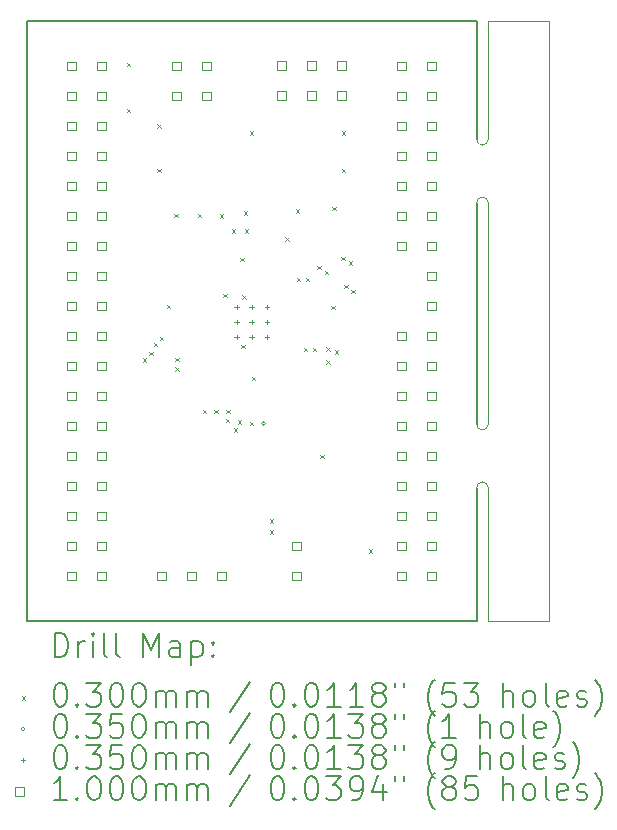
<source format=gbr>
%TF.GenerationSoftware,KiCad,Pcbnew,(7.0.0)*%
%TF.CreationDate,2023-06-29T21:03:02+10:00*%
%TF.ProjectId,RP2040_minimal,52503230-3430-45f6-9d69-6e696d616c2e,REV1*%
%TF.SameCoordinates,Original*%
%TF.FileFunction,Drillmap*%
%TF.FilePolarity,Positive*%
%FSLAX45Y45*%
G04 Gerber Fmt 4.5, Leading zero omitted, Abs format (unit mm)*
G04 Created by KiCad (PCBNEW (7.0.0)) date 2023-06-29 21:03:02*
%MOMM*%
%LPD*%
G01*
G04 APERTURE LIST*
%ADD10C,0.200000*%
%ADD11C,0.050000*%
%ADD12C,0.030000*%
%ADD13C,0.035000*%
%ADD14C,0.100000*%
G04 APERTURE END LIST*
D10*
X17907000Y-11445000D02*
X17907000Y-12573000D01*
X17907000Y-9033000D02*
X17907000Y-10905000D01*
D11*
X18007000Y-9033000D02*
X18007000Y-10905000D01*
D10*
X17907000Y-12573000D02*
X14097000Y-12573000D01*
X17907000Y-7493000D02*
X17907000Y-8493000D01*
X14097000Y-7493000D02*
X17907000Y-7493000D01*
X14097000Y-12573000D02*
X14097000Y-7493000D01*
D11*
X18007000Y-7493000D02*
X18007000Y-8493000D01*
X18524000Y-7493000D02*
X18007000Y-7493000D01*
X18007000Y-11445000D02*
X18007000Y-12573000D01*
X18007000Y-9033000D02*
G75*
G03*
X17907000Y-9033000I-50000J0D01*
G01*
X18524000Y-12573000D02*
X18524000Y-7493000D01*
X18007000Y-11445000D02*
G75*
G03*
X17907000Y-11445000I-50000J0D01*
G01*
X18007000Y-12573000D02*
X18524000Y-12573000D01*
X17907000Y-10905000D02*
G75*
G03*
X18007000Y-10905000I50000J0D01*
G01*
X17907000Y-8493000D02*
G75*
G03*
X18007000Y-8493000I50000J0D01*
G01*
D10*
D12*
X14945000Y-7845000D02*
X14975000Y-7875000D01*
X14975000Y-7845000D02*
X14945000Y-7875000D01*
X14945000Y-8235000D02*
X14975000Y-8265000D01*
X14975000Y-8235000D02*
X14945000Y-8265000D01*
X15082268Y-10345543D02*
X15112268Y-10375543D01*
X15112268Y-10345543D02*
X15082268Y-10375543D01*
X15137066Y-10294410D02*
X15167066Y-10324410D01*
X15167066Y-10294410D02*
X15137066Y-10324410D01*
X15172002Y-10217998D02*
X15202002Y-10247998D01*
X15202002Y-10217998D02*
X15172002Y-10247998D01*
X15205000Y-8367000D02*
X15235000Y-8397000D01*
X15235000Y-8367000D02*
X15205000Y-8397000D01*
X15205000Y-8745000D02*
X15235000Y-8775000D01*
X15235000Y-8745000D02*
X15205000Y-8775000D01*
X15225000Y-10165000D02*
X15255000Y-10195000D01*
X15255000Y-10165000D02*
X15225000Y-10195000D01*
X15285000Y-9895000D02*
X15315000Y-9925000D01*
X15315000Y-9895000D02*
X15285000Y-9925000D01*
X15345000Y-9125000D02*
X15375000Y-9155000D01*
X15375000Y-9125000D02*
X15345000Y-9155000D01*
X15355000Y-10345000D02*
X15385000Y-10375000D01*
X15385000Y-10345000D02*
X15355000Y-10375000D01*
X15355000Y-10425000D02*
X15385000Y-10455000D01*
X15385000Y-10425000D02*
X15355000Y-10455000D01*
X15545000Y-9125000D02*
X15575000Y-9155000D01*
X15575000Y-9125000D02*
X15545000Y-9155000D01*
X15587000Y-10785000D02*
X15617000Y-10815000D01*
X15617000Y-10785000D02*
X15587000Y-10815000D01*
X15687000Y-10785000D02*
X15717000Y-10815000D01*
X15717000Y-10785000D02*
X15687000Y-10815000D01*
X15733000Y-9129000D02*
X15763000Y-9159000D01*
X15763000Y-9129000D02*
X15733000Y-9159000D01*
X15763000Y-9803000D02*
X15793000Y-9833000D01*
X15793000Y-9803000D02*
X15763000Y-9833000D01*
X15784503Y-10859909D02*
X15814503Y-10889909D01*
X15814503Y-10859909D02*
X15784503Y-10889909D01*
X15787000Y-10785000D02*
X15817000Y-10815000D01*
X15817000Y-10785000D02*
X15787000Y-10815000D01*
X15835000Y-9255000D02*
X15865000Y-9285000D01*
X15865000Y-9255000D02*
X15835000Y-9285000D01*
X15850770Y-10938482D02*
X15880770Y-10968482D01*
X15880770Y-10938482D02*
X15850770Y-10968482D01*
X15886575Y-10872638D02*
X15916575Y-10902638D01*
X15916575Y-10872638D02*
X15886575Y-10902638D01*
X15905000Y-9495000D02*
X15935000Y-9525000D01*
X15935000Y-9495000D02*
X15905000Y-9525000D01*
X15915000Y-10235000D02*
X15945000Y-10265000D01*
X15945000Y-10235000D02*
X15915000Y-10265000D01*
X15925000Y-9815000D02*
X15955000Y-9845000D01*
X15955000Y-9815000D02*
X15925000Y-9845000D01*
X15935000Y-9105000D02*
X15965000Y-9135000D01*
X15965000Y-9105000D02*
X15935000Y-9135000D01*
X15945000Y-9255000D02*
X15975000Y-9285000D01*
X15975000Y-9255000D02*
X15945000Y-9285000D01*
X15985000Y-8425000D02*
X16015000Y-8455000D01*
X16015000Y-8425000D02*
X15985000Y-8455000D01*
X15987000Y-10885000D02*
X16017000Y-10915000D01*
X16017000Y-10885000D02*
X15987000Y-10915000D01*
X16005000Y-10505000D02*
X16035000Y-10535000D01*
X16035000Y-10505000D02*
X16005000Y-10535000D01*
X16155000Y-11712000D02*
X16185000Y-11742000D01*
X16185000Y-11712000D02*
X16155000Y-11742000D01*
X16155000Y-11805000D02*
X16185000Y-11835000D01*
X16185000Y-11805000D02*
X16155000Y-11835000D01*
X16285000Y-9325000D02*
X16315000Y-9355000D01*
X16315000Y-9325000D02*
X16285000Y-9355000D01*
X16375000Y-9085000D02*
X16405000Y-9115000D01*
X16405000Y-9085000D02*
X16375000Y-9115000D01*
X16385000Y-9665000D02*
X16415000Y-9695000D01*
X16415000Y-9665000D02*
X16385000Y-9695000D01*
X16443630Y-10257889D02*
X16473630Y-10287889D01*
X16473630Y-10257889D02*
X16443630Y-10287889D01*
X16459950Y-9665000D02*
X16489950Y-9695000D01*
X16489950Y-9665000D02*
X16459950Y-9695000D01*
X16518579Y-10257450D02*
X16548579Y-10287450D01*
X16548579Y-10257450D02*
X16518579Y-10287450D01*
X16559534Y-9566134D02*
X16589534Y-9596134D01*
X16589534Y-9566134D02*
X16559534Y-9596134D01*
X16585000Y-11165000D02*
X16615000Y-11195000D01*
X16615000Y-11165000D02*
X16585000Y-11195000D01*
X16622638Y-9606575D02*
X16652638Y-9636575D01*
X16652638Y-9606575D02*
X16622638Y-9636575D01*
X16635000Y-10255000D02*
X16665000Y-10285000D01*
X16665000Y-10255000D02*
X16635000Y-10285000D01*
X16635000Y-10365000D02*
X16665000Y-10395000D01*
X16665000Y-10365000D02*
X16635000Y-10395000D01*
X16675000Y-9905000D02*
X16705000Y-9935000D01*
X16705000Y-9905000D02*
X16675000Y-9935000D01*
X16685000Y-9065000D02*
X16715000Y-9095000D01*
X16715000Y-9065000D02*
X16685000Y-9095000D01*
X16706104Y-10278701D02*
X16736104Y-10308701D01*
X16736104Y-10278701D02*
X16706104Y-10308701D01*
X16760032Y-9487627D02*
X16790033Y-9517627D01*
X16790033Y-9487627D02*
X16760032Y-9517627D01*
X16765000Y-8425000D02*
X16795000Y-8455000D01*
X16795000Y-8425000D02*
X16765000Y-8455000D01*
X16765000Y-8745000D02*
X16795000Y-8775000D01*
X16795000Y-8745000D02*
X16765000Y-8775000D01*
X16785000Y-9725000D02*
X16815000Y-9755000D01*
X16815000Y-9725000D02*
X16785000Y-9755000D01*
X16825000Y-9525000D02*
X16855000Y-9555000D01*
X16855000Y-9525000D02*
X16825000Y-9555000D01*
X16847362Y-9766575D02*
X16877362Y-9796575D01*
X16877362Y-9766575D02*
X16847362Y-9796575D01*
X16995000Y-11965000D02*
X17025000Y-11995000D01*
X17025000Y-11965000D02*
X16995000Y-11995000D01*
D13*
X16119500Y-10900000D02*
G75*
G03*
X16119500Y-10900000I-17500J0D01*
G01*
X15874500Y-9895000D02*
X15874500Y-9930000D01*
X15857000Y-9912500D02*
X15892000Y-9912500D01*
X15874500Y-10022500D02*
X15874500Y-10057500D01*
X15857000Y-10040000D02*
X15892000Y-10040000D01*
X15874500Y-10150000D02*
X15874500Y-10185000D01*
X15857000Y-10167500D02*
X15892000Y-10167500D01*
X16002000Y-9895000D02*
X16002000Y-9930000D01*
X15984500Y-9912500D02*
X16019500Y-9912500D01*
X16002000Y-10022500D02*
X16002000Y-10057500D01*
X15984500Y-10040000D02*
X16019500Y-10040000D01*
X16002000Y-10150000D02*
X16002000Y-10185000D01*
X15984500Y-10167500D02*
X16019500Y-10167500D01*
X16129500Y-9895000D02*
X16129500Y-9930000D01*
X16112000Y-9912500D02*
X16147000Y-9912500D01*
X16129500Y-10022500D02*
X16129500Y-10057500D01*
X16112000Y-10040000D02*
X16147000Y-10040000D01*
X16129500Y-10150000D02*
X16129500Y-10185000D01*
X16112000Y-10167500D02*
X16147000Y-10167500D01*
D14*
X14513356Y-7909356D02*
X14513356Y-7838644D01*
X14442644Y-7838644D01*
X14442644Y-7909356D01*
X14513356Y-7909356D01*
X14513356Y-8163356D02*
X14513356Y-8092644D01*
X14442644Y-8092644D01*
X14442644Y-8163356D01*
X14513356Y-8163356D01*
X14513356Y-8417356D02*
X14513356Y-8346644D01*
X14442644Y-8346644D01*
X14442644Y-8417356D01*
X14513356Y-8417356D01*
X14513356Y-8671356D02*
X14513356Y-8600644D01*
X14442644Y-8600644D01*
X14442644Y-8671356D01*
X14513356Y-8671356D01*
X14513356Y-8925356D02*
X14513356Y-8854644D01*
X14442644Y-8854644D01*
X14442644Y-8925356D01*
X14513356Y-8925356D01*
X14513356Y-9179356D02*
X14513356Y-9108644D01*
X14442644Y-9108644D01*
X14442644Y-9179356D01*
X14513356Y-9179356D01*
X14513356Y-9433356D02*
X14513356Y-9362644D01*
X14442644Y-9362644D01*
X14442644Y-9433356D01*
X14513356Y-9433356D01*
X14513356Y-9687356D02*
X14513356Y-9616644D01*
X14442644Y-9616644D01*
X14442644Y-9687356D01*
X14513356Y-9687356D01*
X14513356Y-9941356D02*
X14513356Y-9870644D01*
X14442644Y-9870644D01*
X14442644Y-9941356D01*
X14513356Y-9941356D01*
X14513356Y-10195356D02*
X14513356Y-10124644D01*
X14442644Y-10124644D01*
X14442644Y-10195356D01*
X14513356Y-10195356D01*
X14513356Y-10449356D02*
X14513356Y-10378644D01*
X14442644Y-10378644D01*
X14442644Y-10449356D01*
X14513356Y-10449356D01*
X14513356Y-10703356D02*
X14513356Y-10632644D01*
X14442644Y-10632644D01*
X14442644Y-10703356D01*
X14513356Y-10703356D01*
X14513356Y-10957356D02*
X14513356Y-10886644D01*
X14442644Y-10886644D01*
X14442644Y-10957356D01*
X14513356Y-10957356D01*
X14513356Y-11211356D02*
X14513356Y-11140644D01*
X14442644Y-11140644D01*
X14442644Y-11211356D01*
X14513356Y-11211356D01*
X14513356Y-11465356D02*
X14513356Y-11394644D01*
X14442644Y-11394644D01*
X14442644Y-11465356D01*
X14513356Y-11465356D01*
X14513356Y-11719356D02*
X14513356Y-11648644D01*
X14442644Y-11648644D01*
X14442644Y-11719356D01*
X14513356Y-11719356D01*
X14513356Y-11973356D02*
X14513356Y-11902644D01*
X14442644Y-11902644D01*
X14442644Y-11973356D01*
X14513356Y-11973356D01*
X14513356Y-12227356D02*
X14513356Y-12156644D01*
X14442644Y-12156644D01*
X14442644Y-12227356D01*
X14513356Y-12227356D01*
X14767356Y-7909356D02*
X14767356Y-7838644D01*
X14696644Y-7838644D01*
X14696644Y-7909356D01*
X14767356Y-7909356D01*
X14767356Y-8163356D02*
X14767356Y-8092644D01*
X14696644Y-8092644D01*
X14696644Y-8163356D01*
X14767356Y-8163356D01*
X14767356Y-8417356D02*
X14767356Y-8346644D01*
X14696644Y-8346644D01*
X14696644Y-8417356D01*
X14767356Y-8417356D01*
X14767356Y-8671356D02*
X14767356Y-8600644D01*
X14696644Y-8600644D01*
X14696644Y-8671356D01*
X14767356Y-8671356D01*
X14767356Y-8925356D02*
X14767356Y-8854644D01*
X14696644Y-8854644D01*
X14696644Y-8925356D01*
X14767356Y-8925356D01*
X14767356Y-9179356D02*
X14767356Y-9108644D01*
X14696644Y-9108644D01*
X14696644Y-9179356D01*
X14767356Y-9179356D01*
X14767356Y-9433356D02*
X14767356Y-9362644D01*
X14696644Y-9362644D01*
X14696644Y-9433356D01*
X14767356Y-9433356D01*
X14767356Y-9687356D02*
X14767356Y-9616644D01*
X14696644Y-9616644D01*
X14696644Y-9687356D01*
X14767356Y-9687356D01*
X14767356Y-9941356D02*
X14767356Y-9870644D01*
X14696644Y-9870644D01*
X14696644Y-9941356D01*
X14767356Y-9941356D01*
X14767356Y-10195356D02*
X14767356Y-10124644D01*
X14696644Y-10124644D01*
X14696644Y-10195356D01*
X14767356Y-10195356D01*
X14767356Y-10449356D02*
X14767356Y-10378644D01*
X14696644Y-10378644D01*
X14696644Y-10449356D01*
X14767356Y-10449356D01*
X14767356Y-10703356D02*
X14767356Y-10632644D01*
X14696644Y-10632644D01*
X14696644Y-10703356D01*
X14767356Y-10703356D01*
X14767356Y-10957356D02*
X14767356Y-10886644D01*
X14696644Y-10886644D01*
X14696644Y-10957356D01*
X14767356Y-10957356D01*
X14767356Y-11211356D02*
X14767356Y-11140644D01*
X14696644Y-11140644D01*
X14696644Y-11211356D01*
X14767356Y-11211356D01*
X14767356Y-11465356D02*
X14767356Y-11394644D01*
X14696644Y-11394644D01*
X14696644Y-11465356D01*
X14767356Y-11465356D01*
X14767356Y-11719356D02*
X14767356Y-11648644D01*
X14696644Y-11648644D01*
X14696644Y-11719356D01*
X14767356Y-11719356D01*
X14767356Y-11973356D02*
X14767356Y-11902644D01*
X14696644Y-11902644D01*
X14696644Y-11973356D01*
X14767356Y-11973356D01*
X14767356Y-12227356D02*
X14767356Y-12156644D01*
X14696644Y-12156644D01*
X14696644Y-12227356D01*
X14767356Y-12227356D01*
X15275356Y-12227356D02*
X15275356Y-12156644D01*
X15204644Y-12156644D01*
X15204644Y-12227356D01*
X15275356Y-12227356D01*
X15402356Y-7909356D02*
X15402356Y-7838644D01*
X15331644Y-7838644D01*
X15331644Y-7909356D01*
X15402356Y-7909356D01*
X15402356Y-8163356D02*
X15402356Y-8092644D01*
X15331644Y-8092644D01*
X15331644Y-8163356D01*
X15402356Y-8163356D01*
X15529356Y-12227356D02*
X15529356Y-12156644D01*
X15458644Y-12156644D01*
X15458644Y-12227356D01*
X15529356Y-12227356D01*
X15656356Y-7909356D02*
X15656356Y-7838644D01*
X15585644Y-7838644D01*
X15585644Y-7909356D01*
X15656356Y-7909356D01*
X15656356Y-8163356D02*
X15656356Y-8092644D01*
X15585644Y-8092644D01*
X15585644Y-8163356D01*
X15656356Y-8163356D01*
X15783356Y-12227356D02*
X15783356Y-12156644D01*
X15712644Y-12156644D01*
X15712644Y-12227356D01*
X15783356Y-12227356D01*
X16291356Y-7905356D02*
X16291356Y-7834644D01*
X16220644Y-7834644D01*
X16220644Y-7905356D01*
X16291356Y-7905356D01*
X16291356Y-8159356D02*
X16291356Y-8088644D01*
X16220644Y-8088644D01*
X16220644Y-8159356D01*
X16291356Y-8159356D01*
X16418356Y-11973356D02*
X16418356Y-11902644D01*
X16347644Y-11902644D01*
X16347644Y-11973356D01*
X16418356Y-11973356D01*
X16418356Y-12227356D02*
X16418356Y-12156644D01*
X16347644Y-12156644D01*
X16347644Y-12227356D01*
X16418356Y-12227356D01*
X16545356Y-7905356D02*
X16545356Y-7834644D01*
X16474644Y-7834644D01*
X16474644Y-7905356D01*
X16545356Y-7905356D01*
X16545356Y-8159356D02*
X16545356Y-8088644D01*
X16474644Y-8088644D01*
X16474644Y-8159356D01*
X16545356Y-8159356D01*
X16799356Y-7905356D02*
X16799356Y-7834644D01*
X16728644Y-7834644D01*
X16728644Y-7905356D01*
X16799356Y-7905356D01*
X16799356Y-8159356D02*
X16799356Y-8088644D01*
X16728644Y-8088644D01*
X16728644Y-8159356D01*
X16799356Y-8159356D01*
X17307356Y-7909356D02*
X17307356Y-7838644D01*
X17236644Y-7838644D01*
X17236644Y-7909356D01*
X17307356Y-7909356D01*
X17307356Y-8163356D02*
X17307356Y-8092644D01*
X17236644Y-8092644D01*
X17236644Y-8163356D01*
X17307356Y-8163356D01*
X17307356Y-8417356D02*
X17307356Y-8346644D01*
X17236644Y-8346644D01*
X17236644Y-8417356D01*
X17307356Y-8417356D01*
X17307356Y-8671356D02*
X17307356Y-8600644D01*
X17236644Y-8600644D01*
X17236644Y-8671356D01*
X17307356Y-8671356D01*
X17307356Y-8925356D02*
X17307356Y-8854644D01*
X17236644Y-8854644D01*
X17236644Y-8925356D01*
X17307356Y-8925356D01*
X17307356Y-9179356D02*
X17307356Y-9108644D01*
X17236644Y-9108644D01*
X17236644Y-9179356D01*
X17307356Y-9179356D01*
X17307356Y-9433356D02*
X17307356Y-9362644D01*
X17236644Y-9362644D01*
X17236644Y-9433356D01*
X17307356Y-9433356D01*
X17307356Y-10195356D02*
X17307356Y-10124644D01*
X17236644Y-10124644D01*
X17236644Y-10195356D01*
X17307356Y-10195356D01*
X17307356Y-10449356D02*
X17307356Y-10378644D01*
X17236644Y-10378644D01*
X17236644Y-10449356D01*
X17307356Y-10449356D01*
X17307356Y-10703356D02*
X17307356Y-10632644D01*
X17236644Y-10632644D01*
X17236644Y-10703356D01*
X17307356Y-10703356D01*
X17307356Y-10957356D02*
X17307356Y-10886644D01*
X17236644Y-10886644D01*
X17236644Y-10957356D01*
X17307356Y-10957356D01*
X17307356Y-11211356D02*
X17307356Y-11140644D01*
X17236644Y-11140644D01*
X17236644Y-11211356D01*
X17307356Y-11211356D01*
X17307356Y-11465356D02*
X17307356Y-11394644D01*
X17236644Y-11394644D01*
X17236644Y-11465356D01*
X17307356Y-11465356D01*
X17307356Y-11719356D02*
X17307356Y-11648644D01*
X17236644Y-11648644D01*
X17236644Y-11719356D01*
X17307356Y-11719356D01*
X17307356Y-11973356D02*
X17307356Y-11902644D01*
X17236644Y-11902644D01*
X17236644Y-11973356D01*
X17307356Y-11973356D01*
X17307356Y-12227356D02*
X17307356Y-12156644D01*
X17236644Y-12156644D01*
X17236644Y-12227356D01*
X17307356Y-12227356D01*
X17561356Y-7909356D02*
X17561356Y-7838644D01*
X17490644Y-7838644D01*
X17490644Y-7909356D01*
X17561356Y-7909356D01*
X17561356Y-8163356D02*
X17561356Y-8092644D01*
X17490644Y-8092644D01*
X17490644Y-8163356D01*
X17561356Y-8163356D01*
X17561356Y-8417356D02*
X17561356Y-8346644D01*
X17490644Y-8346644D01*
X17490644Y-8417356D01*
X17561356Y-8417356D01*
X17561356Y-8671356D02*
X17561356Y-8600644D01*
X17490644Y-8600644D01*
X17490644Y-8671356D01*
X17561356Y-8671356D01*
X17561356Y-8925356D02*
X17561356Y-8854644D01*
X17490644Y-8854644D01*
X17490644Y-8925356D01*
X17561356Y-8925356D01*
X17561356Y-9179356D02*
X17561356Y-9108644D01*
X17490644Y-9108644D01*
X17490644Y-9179356D01*
X17561356Y-9179356D01*
X17561356Y-9433356D02*
X17561356Y-9362644D01*
X17490644Y-9362644D01*
X17490644Y-9433356D01*
X17561356Y-9433356D01*
X17561356Y-9687356D02*
X17561356Y-9616644D01*
X17490644Y-9616644D01*
X17490644Y-9687356D01*
X17561356Y-9687356D01*
X17561356Y-9941356D02*
X17561356Y-9870644D01*
X17490644Y-9870644D01*
X17490644Y-9941356D01*
X17561356Y-9941356D01*
X17561356Y-10195356D02*
X17561356Y-10124644D01*
X17490644Y-10124644D01*
X17490644Y-10195356D01*
X17561356Y-10195356D01*
X17561356Y-10449356D02*
X17561356Y-10378644D01*
X17490644Y-10378644D01*
X17490644Y-10449356D01*
X17561356Y-10449356D01*
X17561356Y-10703356D02*
X17561356Y-10632644D01*
X17490644Y-10632644D01*
X17490644Y-10703356D01*
X17561356Y-10703356D01*
X17561356Y-10957356D02*
X17561356Y-10886644D01*
X17490644Y-10886644D01*
X17490644Y-10957356D01*
X17561356Y-10957356D01*
X17561356Y-11211356D02*
X17561356Y-11140644D01*
X17490644Y-11140644D01*
X17490644Y-11211356D01*
X17561356Y-11211356D01*
X17561356Y-11465356D02*
X17561356Y-11394644D01*
X17490644Y-11394644D01*
X17490644Y-11465356D01*
X17561356Y-11465356D01*
X17561356Y-11719356D02*
X17561356Y-11648644D01*
X17490644Y-11648644D01*
X17490644Y-11719356D01*
X17561356Y-11719356D01*
X17561356Y-11973356D02*
X17561356Y-11902644D01*
X17490644Y-11902644D01*
X17490644Y-11973356D01*
X17561356Y-11973356D01*
X17561356Y-12227356D02*
X17561356Y-12156644D01*
X17490644Y-12156644D01*
X17490644Y-12227356D01*
X17561356Y-12227356D01*
D10*
X14334619Y-12876476D02*
X14334619Y-12676476D01*
X14334619Y-12676476D02*
X14382238Y-12676476D01*
X14382238Y-12676476D02*
X14410809Y-12686000D01*
X14410809Y-12686000D02*
X14429857Y-12705048D01*
X14429857Y-12705048D02*
X14439381Y-12724095D01*
X14439381Y-12724095D02*
X14448905Y-12762190D01*
X14448905Y-12762190D02*
X14448905Y-12790762D01*
X14448905Y-12790762D02*
X14439381Y-12828857D01*
X14439381Y-12828857D02*
X14429857Y-12847905D01*
X14429857Y-12847905D02*
X14410809Y-12866952D01*
X14410809Y-12866952D02*
X14382238Y-12876476D01*
X14382238Y-12876476D02*
X14334619Y-12876476D01*
X14534619Y-12876476D02*
X14534619Y-12743143D01*
X14534619Y-12781238D02*
X14544143Y-12762190D01*
X14544143Y-12762190D02*
X14553667Y-12752667D01*
X14553667Y-12752667D02*
X14572714Y-12743143D01*
X14572714Y-12743143D02*
X14591762Y-12743143D01*
X14658428Y-12876476D02*
X14658428Y-12743143D01*
X14658428Y-12676476D02*
X14648905Y-12686000D01*
X14648905Y-12686000D02*
X14658428Y-12695524D01*
X14658428Y-12695524D02*
X14667952Y-12686000D01*
X14667952Y-12686000D02*
X14658428Y-12676476D01*
X14658428Y-12676476D02*
X14658428Y-12695524D01*
X14782238Y-12876476D02*
X14763190Y-12866952D01*
X14763190Y-12866952D02*
X14753667Y-12847905D01*
X14753667Y-12847905D02*
X14753667Y-12676476D01*
X14887000Y-12876476D02*
X14867952Y-12866952D01*
X14867952Y-12866952D02*
X14858428Y-12847905D01*
X14858428Y-12847905D02*
X14858428Y-12676476D01*
X15083190Y-12876476D02*
X15083190Y-12676476D01*
X15083190Y-12676476D02*
X15149857Y-12819333D01*
X15149857Y-12819333D02*
X15216524Y-12676476D01*
X15216524Y-12676476D02*
X15216524Y-12876476D01*
X15397476Y-12876476D02*
X15397476Y-12771714D01*
X15397476Y-12771714D02*
X15387952Y-12752667D01*
X15387952Y-12752667D02*
X15368905Y-12743143D01*
X15368905Y-12743143D02*
X15330809Y-12743143D01*
X15330809Y-12743143D02*
X15311762Y-12752667D01*
X15397476Y-12866952D02*
X15378428Y-12876476D01*
X15378428Y-12876476D02*
X15330809Y-12876476D01*
X15330809Y-12876476D02*
X15311762Y-12866952D01*
X15311762Y-12866952D02*
X15302238Y-12847905D01*
X15302238Y-12847905D02*
X15302238Y-12828857D01*
X15302238Y-12828857D02*
X15311762Y-12809809D01*
X15311762Y-12809809D02*
X15330809Y-12800286D01*
X15330809Y-12800286D02*
X15378428Y-12800286D01*
X15378428Y-12800286D02*
X15397476Y-12790762D01*
X15492714Y-12743143D02*
X15492714Y-12943143D01*
X15492714Y-12752667D02*
X15511762Y-12743143D01*
X15511762Y-12743143D02*
X15549857Y-12743143D01*
X15549857Y-12743143D02*
X15568905Y-12752667D01*
X15568905Y-12752667D02*
X15578428Y-12762190D01*
X15578428Y-12762190D02*
X15587952Y-12781238D01*
X15587952Y-12781238D02*
X15587952Y-12838381D01*
X15587952Y-12838381D02*
X15578428Y-12857428D01*
X15578428Y-12857428D02*
X15568905Y-12866952D01*
X15568905Y-12866952D02*
X15549857Y-12876476D01*
X15549857Y-12876476D02*
X15511762Y-12876476D01*
X15511762Y-12876476D02*
X15492714Y-12866952D01*
X15673667Y-12857428D02*
X15683190Y-12866952D01*
X15683190Y-12866952D02*
X15673667Y-12876476D01*
X15673667Y-12876476D02*
X15664143Y-12866952D01*
X15664143Y-12866952D02*
X15673667Y-12857428D01*
X15673667Y-12857428D02*
X15673667Y-12876476D01*
X15673667Y-12752667D02*
X15683190Y-12762190D01*
X15683190Y-12762190D02*
X15673667Y-12771714D01*
X15673667Y-12771714D02*
X15664143Y-12762190D01*
X15664143Y-12762190D02*
X15673667Y-12752667D01*
X15673667Y-12752667D02*
X15673667Y-12771714D01*
D12*
X14057000Y-13208000D02*
X14087000Y-13238000D01*
X14087000Y-13208000D02*
X14057000Y-13238000D01*
D10*
X14372714Y-13096476D02*
X14391762Y-13096476D01*
X14391762Y-13096476D02*
X14410809Y-13106000D01*
X14410809Y-13106000D02*
X14420333Y-13115524D01*
X14420333Y-13115524D02*
X14429857Y-13134571D01*
X14429857Y-13134571D02*
X14439381Y-13172667D01*
X14439381Y-13172667D02*
X14439381Y-13220286D01*
X14439381Y-13220286D02*
X14429857Y-13258381D01*
X14429857Y-13258381D02*
X14420333Y-13277428D01*
X14420333Y-13277428D02*
X14410809Y-13286952D01*
X14410809Y-13286952D02*
X14391762Y-13296476D01*
X14391762Y-13296476D02*
X14372714Y-13296476D01*
X14372714Y-13296476D02*
X14353667Y-13286952D01*
X14353667Y-13286952D02*
X14344143Y-13277428D01*
X14344143Y-13277428D02*
X14334619Y-13258381D01*
X14334619Y-13258381D02*
X14325095Y-13220286D01*
X14325095Y-13220286D02*
X14325095Y-13172667D01*
X14325095Y-13172667D02*
X14334619Y-13134571D01*
X14334619Y-13134571D02*
X14344143Y-13115524D01*
X14344143Y-13115524D02*
X14353667Y-13106000D01*
X14353667Y-13106000D02*
X14372714Y-13096476D01*
X14525095Y-13277428D02*
X14534619Y-13286952D01*
X14534619Y-13286952D02*
X14525095Y-13296476D01*
X14525095Y-13296476D02*
X14515571Y-13286952D01*
X14515571Y-13286952D02*
X14525095Y-13277428D01*
X14525095Y-13277428D02*
X14525095Y-13296476D01*
X14601286Y-13096476D02*
X14725095Y-13096476D01*
X14725095Y-13096476D02*
X14658428Y-13172667D01*
X14658428Y-13172667D02*
X14687000Y-13172667D01*
X14687000Y-13172667D02*
X14706048Y-13182190D01*
X14706048Y-13182190D02*
X14715571Y-13191714D01*
X14715571Y-13191714D02*
X14725095Y-13210762D01*
X14725095Y-13210762D02*
X14725095Y-13258381D01*
X14725095Y-13258381D02*
X14715571Y-13277428D01*
X14715571Y-13277428D02*
X14706048Y-13286952D01*
X14706048Y-13286952D02*
X14687000Y-13296476D01*
X14687000Y-13296476D02*
X14629857Y-13296476D01*
X14629857Y-13296476D02*
X14610809Y-13286952D01*
X14610809Y-13286952D02*
X14601286Y-13277428D01*
X14848905Y-13096476D02*
X14867952Y-13096476D01*
X14867952Y-13096476D02*
X14887000Y-13106000D01*
X14887000Y-13106000D02*
X14896524Y-13115524D01*
X14896524Y-13115524D02*
X14906048Y-13134571D01*
X14906048Y-13134571D02*
X14915571Y-13172667D01*
X14915571Y-13172667D02*
X14915571Y-13220286D01*
X14915571Y-13220286D02*
X14906048Y-13258381D01*
X14906048Y-13258381D02*
X14896524Y-13277428D01*
X14896524Y-13277428D02*
X14887000Y-13286952D01*
X14887000Y-13286952D02*
X14867952Y-13296476D01*
X14867952Y-13296476D02*
X14848905Y-13296476D01*
X14848905Y-13296476D02*
X14829857Y-13286952D01*
X14829857Y-13286952D02*
X14820333Y-13277428D01*
X14820333Y-13277428D02*
X14810809Y-13258381D01*
X14810809Y-13258381D02*
X14801286Y-13220286D01*
X14801286Y-13220286D02*
X14801286Y-13172667D01*
X14801286Y-13172667D02*
X14810809Y-13134571D01*
X14810809Y-13134571D02*
X14820333Y-13115524D01*
X14820333Y-13115524D02*
X14829857Y-13106000D01*
X14829857Y-13106000D02*
X14848905Y-13096476D01*
X15039381Y-13096476D02*
X15058429Y-13096476D01*
X15058429Y-13096476D02*
X15077476Y-13106000D01*
X15077476Y-13106000D02*
X15087000Y-13115524D01*
X15087000Y-13115524D02*
X15096524Y-13134571D01*
X15096524Y-13134571D02*
X15106048Y-13172667D01*
X15106048Y-13172667D02*
X15106048Y-13220286D01*
X15106048Y-13220286D02*
X15096524Y-13258381D01*
X15096524Y-13258381D02*
X15087000Y-13277428D01*
X15087000Y-13277428D02*
X15077476Y-13286952D01*
X15077476Y-13286952D02*
X15058429Y-13296476D01*
X15058429Y-13296476D02*
X15039381Y-13296476D01*
X15039381Y-13296476D02*
X15020333Y-13286952D01*
X15020333Y-13286952D02*
X15010809Y-13277428D01*
X15010809Y-13277428D02*
X15001286Y-13258381D01*
X15001286Y-13258381D02*
X14991762Y-13220286D01*
X14991762Y-13220286D02*
X14991762Y-13172667D01*
X14991762Y-13172667D02*
X15001286Y-13134571D01*
X15001286Y-13134571D02*
X15010809Y-13115524D01*
X15010809Y-13115524D02*
X15020333Y-13106000D01*
X15020333Y-13106000D02*
X15039381Y-13096476D01*
X15191762Y-13296476D02*
X15191762Y-13163143D01*
X15191762Y-13182190D02*
X15201286Y-13172667D01*
X15201286Y-13172667D02*
X15220333Y-13163143D01*
X15220333Y-13163143D02*
X15248905Y-13163143D01*
X15248905Y-13163143D02*
X15267952Y-13172667D01*
X15267952Y-13172667D02*
X15277476Y-13191714D01*
X15277476Y-13191714D02*
X15277476Y-13296476D01*
X15277476Y-13191714D02*
X15287000Y-13172667D01*
X15287000Y-13172667D02*
X15306048Y-13163143D01*
X15306048Y-13163143D02*
X15334619Y-13163143D01*
X15334619Y-13163143D02*
X15353667Y-13172667D01*
X15353667Y-13172667D02*
X15363190Y-13191714D01*
X15363190Y-13191714D02*
X15363190Y-13296476D01*
X15458429Y-13296476D02*
X15458429Y-13163143D01*
X15458429Y-13182190D02*
X15467952Y-13172667D01*
X15467952Y-13172667D02*
X15487000Y-13163143D01*
X15487000Y-13163143D02*
X15515571Y-13163143D01*
X15515571Y-13163143D02*
X15534619Y-13172667D01*
X15534619Y-13172667D02*
X15544143Y-13191714D01*
X15544143Y-13191714D02*
X15544143Y-13296476D01*
X15544143Y-13191714D02*
X15553667Y-13172667D01*
X15553667Y-13172667D02*
X15572714Y-13163143D01*
X15572714Y-13163143D02*
X15601286Y-13163143D01*
X15601286Y-13163143D02*
X15620333Y-13172667D01*
X15620333Y-13172667D02*
X15629857Y-13191714D01*
X15629857Y-13191714D02*
X15629857Y-13296476D01*
X15987952Y-13086952D02*
X15816524Y-13344095D01*
X16212714Y-13096476D02*
X16231762Y-13096476D01*
X16231762Y-13096476D02*
X16250810Y-13106000D01*
X16250810Y-13106000D02*
X16260333Y-13115524D01*
X16260333Y-13115524D02*
X16269857Y-13134571D01*
X16269857Y-13134571D02*
X16279381Y-13172667D01*
X16279381Y-13172667D02*
X16279381Y-13220286D01*
X16279381Y-13220286D02*
X16269857Y-13258381D01*
X16269857Y-13258381D02*
X16260333Y-13277428D01*
X16260333Y-13277428D02*
X16250810Y-13286952D01*
X16250810Y-13286952D02*
X16231762Y-13296476D01*
X16231762Y-13296476D02*
X16212714Y-13296476D01*
X16212714Y-13296476D02*
X16193667Y-13286952D01*
X16193667Y-13286952D02*
X16184143Y-13277428D01*
X16184143Y-13277428D02*
X16174619Y-13258381D01*
X16174619Y-13258381D02*
X16165095Y-13220286D01*
X16165095Y-13220286D02*
X16165095Y-13172667D01*
X16165095Y-13172667D02*
X16174619Y-13134571D01*
X16174619Y-13134571D02*
X16184143Y-13115524D01*
X16184143Y-13115524D02*
X16193667Y-13106000D01*
X16193667Y-13106000D02*
X16212714Y-13096476D01*
X16365095Y-13277428D02*
X16374619Y-13286952D01*
X16374619Y-13286952D02*
X16365095Y-13296476D01*
X16365095Y-13296476D02*
X16355571Y-13286952D01*
X16355571Y-13286952D02*
X16365095Y-13277428D01*
X16365095Y-13277428D02*
X16365095Y-13296476D01*
X16498429Y-13096476D02*
X16517476Y-13096476D01*
X16517476Y-13096476D02*
X16536524Y-13106000D01*
X16536524Y-13106000D02*
X16546048Y-13115524D01*
X16546048Y-13115524D02*
X16555571Y-13134571D01*
X16555571Y-13134571D02*
X16565095Y-13172667D01*
X16565095Y-13172667D02*
X16565095Y-13220286D01*
X16565095Y-13220286D02*
X16555571Y-13258381D01*
X16555571Y-13258381D02*
X16546048Y-13277428D01*
X16546048Y-13277428D02*
X16536524Y-13286952D01*
X16536524Y-13286952D02*
X16517476Y-13296476D01*
X16517476Y-13296476D02*
X16498429Y-13296476D01*
X16498429Y-13296476D02*
X16479381Y-13286952D01*
X16479381Y-13286952D02*
X16469857Y-13277428D01*
X16469857Y-13277428D02*
X16460333Y-13258381D01*
X16460333Y-13258381D02*
X16450810Y-13220286D01*
X16450810Y-13220286D02*
X16450810Y-13172667D01*
X16450810Y-13172667D02*
X16460333Y-13134571D01*
X16460333Y-13134571D02*
X16469857Y-13115524D01*
X16469857Y-13115524D02*
X16479381Y-13106000D01*
X16479381Y-13106000D02*
X16498429Y-13096476D01*
X16755571Y-13296476D02*
X16641286Y-13296476D01*
X16698429Y-13296476D02*
X16698429Y-13096476D01*
X16698429Y-13096476D02*
X16679381Y-13125048D01*
X16679381Y-13125048D02*
X16660333Y-13144095D01*
X16660333Y-13144095D02*
X16641286Y-13153619D01*
X16946048Y-13296476D02*
X16831762Y-13296476D01*
X16888905Y-13296476D02*
X16888905Y-13096476D01*
X16888905Y-13096476D02*
X16869857Y-13125048D01*
X16869857Y-13125048D02*
X16850810Y-13144095D01*
X16850810Y-13144095D02*
X16831762Y-13153619D01*
X17060333Y-13182190D02*
X17041286Y-13172667D01*
X17041286Y-13172667D02*
X17031762Y-13163143D01*
X17031762Y-13163143D02*
X17022238Y-13144095D01*
X17022238Y-13144095D02*
X17022238Y-13134571D01*
X17022238Y-13134571D02*
X17031762Y-13115524D01*
X17031762Y-13115524D02*
X17041286Y-13106000D01*
X17041286Y-13106000D02*
X17060333Y-13096476D01*
X17060333Y-13096476D02*
X17098429Y-13096476D01*
X17098429Y-13096476D02*
X17117476Y-13106000D01*
X17117476Y-13106000D02*
X17127000Y-13115524D01*
X17127000Y-13115524D02*
X17136524Y-13134571D01*
X17136524Y-13134571D02*
X17136524Y-13144095D01*
X17136524Y-13144095D02*
X17127000Y-13163143D01*
X17127000Y-13163143D02*
X17117476Y-13172667D01*
X17117476Y-13172667D02*
X17098429Y-13182190D01*
X17098429Y-13182190D02*
X17060333Y-13182190D01*
X17060333Y-13182190D02*
X17041286Y-13191714D01*
X17041286Y-13191714D02*
X17031762Y-13201238D01*
X17031762Y-13201238D02*
X17022238Y-13220286D01*
X17022238Y-13220286D02*
X17022238Y-13258381D01*
X17022238Y-13258381D02*
X17031762Y-13277428D01*
X17031762Y-13277428D02*
X17041286Y-13286952D01*
X17041286Y-13286952D02*
X17060333Y-13296476D01*
X17060333Y-13296476D02*
X17098429Y-13296476D01*
X17098429Y-13296476D02*
X17117476Y-13286952D01*
X17117476Y-13286952D02*
X17127000Y-13277428D01*
X17127000Y-13277428D02*
X17136524Y-13258381D01*
X17136524Y-13258381D02*
X17136524Y-13220286D01*
X17136524Y-13220286D02*
X17127000Y-13201238D01*
X17127000Y-13201238D02*
X17117476Y-13191714D01*
X17117476Y-13191714D02*
X17098429Y-13182190D01*
X17212714Y-13096476D02*
X17212714Y-13134571D01*
X17288905Y-13096476D02*
X17288905Y-13134571D01*
X17551762Y-13372667D02*
X17542238Y-13363143D01*
X17542238Y-13363143D02*
X17523191Y-13334571D01*
X17523191Y-13334571D02*
X17513667Y-13315524D01*
X17513667Y-13315524D02*
X17504143Y-13286952D01*
X17504143Y-13286952D02*
X17494619Y-13239333D01*
X17494619Y-13239333D02*
X17494619Y-13201238D01*
X17494619Y-13201238D02*
X17504143Y-13153619D01*
X17504143Y-13153619D02*
X17513667Y-13125048D01*
X17513667Y-13125048D02*
X17523191Y-13106000D01*
X17523191Y-13106000D02*
X17542238Y-13077428D01*
X17542238Y-13077428D02*
X17551762Y-13067905D01*
X17723191Y-13096476D02*
X17627953Y-13096476D01*
X17627953Y-13096476D02*
X17618429Y-13191714D01*
X17618429Y-13191714D02*
X17627953Y-13182190D01*
X17627953Y-13182190D02*
X17647000Y-13172667D01*
X17647000Y-13172667D02*
X17694619Y-13172667D01*
X17694619Y-13172667D02*
X17713667Y-13182190D01*
X17713667Y-13182190D02*
X17723191Y-13191714D01*
X17723191Y-13191714D02*
X17732714Y-13210762D01*
X17732714Y-13210762D02*
X17732714Y-13258381D01*
X17732714Y-13258381D02*
X17723191Y-13277428D01*
X17723191Y-13277428D02*
X17713667Y-13286952D01*
X17713667Y-13286952D02*
X17694619Y-13296476D01*
X17694619Y-13296476D02*
X17647000Y-13296476D01*
X17647000Y-13296476D02*
X17627953Y-13286952D01*
X17627953Y-13286952D02*
X17618429Y-13277428D01*
X17799381Y-13096476D02*
X17923191Y-13096476D01*
X17923191Y-13096476D02*
X17856524Y-13172667D01*
X17856524Y-13172667D02*
X17885095Y-13172667D01*
X17885095Y-13172667D02*
X17904143Y-13182190D01*
X17904143Y-13182190D02*
X17913667Y-13191714D01*
X17913667Y-13191714D02*
X17923191Y-13210762D01*
X17923191Y-13210762D02*
X17923191Y-13258381D01*
X17923191Y-13258381D02*
X17913667Y-13277428D01*
X17913667Y-13277428D02*
X17904143Y-13286952D01*
X17904143Y-13286952D02*
X17885095Y-13296476D01*
X17885095Y-13296476D02*
X17827953Y-13296476D01*
X17827953Y-13296476D02*
X17808905Y-13286952D01*
X17808905Y-13286952D02*
X17799381Y-13277428D01*
X18128905Y-13296476D02*
X18128905Y-13096476D01*
X18214619Y-13296476D02*
X18214619Y-13191714D01*
X18214619Y-13191714D02*
X18205095Y-13172667D01*
X18205095Y-13172667D02*
X18186048Y-13163143D01*
X18186048Y-13163143D02*
X18157476Y-13163143D01*
X18157476Y-13163143D02*
X18138429Y-13172667D01*
X18138429Y-13172667D02*
X18128905Y-13182190D01*
X18338429Y-13296476D02*
X18319381Y-13286952D01*
X18319381Y-13286952D02*
X18309857Y-13277428D01*
X18309857Y-13277428D02*
X18300334Y-13258381D01*
X18300334Y-13258381D02*
X18300334Y-13201238D01*
X18300334Y-13201238D02*
X18309857Y-13182190D01*
X18309857Y-13182190D02*
X18319381Y-13172667D01*
X18319381Y-13172667D02*
X18338429Y-13163143D01*
X18338429Y-13163143D02*
X18367000Y-13163143D01*
X18367000Y-13163143D02*
X18386048Y-13172667D01*
X18386048Y-13172667D02*
X18395572Y-13182190D01*
X18395572Y-13182190D02*
X18405095Y-13201238D01*
X18405095Y-13201238D02*
X18405095Y-13258381D01*
X18405095Y-13258381D02*
X18395572Y-13277428D01*
X18395572Y-13277428D02*
X18386048Y-13286952D01*
X18386048Y-13286952D02*
X18367000Y-13296476D01*
X18367000Y-13296476D02*
X18338429Y-13296476D01*
X18519381Y-13296476D02*
X18500334Y-13286952D01*
X18500334Y-13286952D02*
X18490810Y-13267905D01*
X18490810Y-13267905D02*
X18490810Y-13096476D01*
X18671762Y-13286952D02*
X18652715Y-13296476D01*
X18652715Y-13296476D02*
X18614619Y-13296476D01*
X18614619Y-13296476D02*
X18595572Y-13286952D01*
X18595572Y-13286952D02*
X18586048Y-13267905D01*
X18586048Y-13267905D02*
X18586048Y-13191714D01*
X18586048Y-13191714D02*
X18595572Y-13172667D01*
X18595572Y-13172667D02*
X18614619Y-13163143D01*
X18614619Y-13163143D02*
X18652715Y-13163143D01*
X18652715Y-13163143D02*
X18671762Y-13172667D01*
X18671762Y-13172667D02*
X18681286Y-13191714D01*
X18681286Y-13191714D02*
X18681286Y-13210762D01*
X18681286Y-13210762D02*
X18586048Y-13229809D01*
X18757476Y-13286952D02*
X18776524Y-13296476D01*
X18776524Y-13296476D02*
X18814619Y-13296476D01*
X18814619Y-13296476D02*
X18833667Y-13286952D01*
X18833667Y-13286952D02*
X18843191Y-13267905D01*
X18843191Y-13267905D02*
X18843191Y-13258381D01*
X18843191Y-13258381D02*
X18833667Y-13239333D01*
X18833667Y-13239333D02*
X18814619Y-13229809D01*
X18814619Y-13229809D02*
X18786048Y-13229809D01*
X18786048Y-13229809D02*
X18767000Y-13220286D01*
X18767000Y-13220286D02*
X18757476Y-13201238D01*
X18757476Y-13201238D02*
X18757476Y-13191714D01*
X18757476Y-13191714D02*
X18767000Y-13172667D01*
X18767000Y-13172667D02*
X18786048Y-13163143D01*
X18786048Y-13163143D02*
X18814619Y-13163143D01*
X18814619Y-13163143D02*
X18833667Y-13172667D01*
X18909857Y-13372667D02*
X18919381Y-13363143D01*
X18919381Y-13363143D02*
X18938429Y-13334571D01*
X18938429Y-13334571D02*
X18947953Y-13315524D01*
X18947953Y-13315524D02*
X18957476Y-13286952D01*
X18957476Y-13286952D02*
X18967000Y-13239333D01*
X18967000Y-13239333D02*
X18967000Y-13201238D01*
X18967000Y-13201238D02*
X18957476Y-13153619D01*
X18957476Y-13153619D02*
X18947953Y-13125048D01*
X18947953Y-13125048D02*
X18938429Y-13106000D01*
X18938429Y-13106000D02*
X18919381Y-13077428D01*
X18919381Y-13077428D02*
X18909857Y-13067905D01*
D13*
X14087000Y-13487000D02*
G75*
G03*
X14087000Y-13487000I-17500J0D01*
G01*
D10*
X14372714Y-13360476D02*
X14391762Y-13360476D01*
X14391762Y-13360476D02*
X14410809Y-13370000D01*
X14410809Y-13370000D02*
X14420333Y-13379524D01*
X14420333Y-13379524D02*
X14429857Y-13398571D01*
X14429857Y-13398571D02*
X14439381Y-13436667D01*
X14439381Y-13436667D02*
X14439381Y-13484286D01*
X14439381Y-13484286D02*
X14429857Y-13522381D01*
X14429857Y-13522381D02*
X14420333Y-13541428D01*
X14420333Y-13541428D02*
X14410809Y-13550952D01*
X14410809Y-13550952D02*
X14391762Y-13560476D01*
X14391762Y-13560476D02*
X14372714Y-13560476D01*
X14372714Y-13560476D02*
X14353667Y-13550952D01*
X14353667Y-13550952D02*
X14344143Y-13541428D01*
X14344143Y-13541428D02*
X14334619Y-13522381D01*
X14334619Y-13522381D02*
X14325095Y-13484286D01*
X14325095Y-13484286D02*
X14325095Y-13436667D01*
X14325095Y-13436667D02*
X14334619Y-13398571D01*
X14334619Y-13398571D02*
X14344143Y-13379524D01*
X14344143Y-13379524D02*
X14353667Y-13370000D01*
X14353667Y-13370000D02*
X14372714Y-13360476D01*
X14525095Y-13541428D02*
X14534619Y-13550952D01*
X14534619Y-13550952D02*
X14525095Y-13560476D01*
X14525095Y-13560476D02*
X14515571Y-13550952D01*
X14515571Y-13550952D02*
X14525095Y-13541428D01*
X14525095Y-13541428D02*
X14525095Y-13560476D01*
X14601286Y-13360476D02*
X14725095Y-13360476D01*
X14725095Y-13360476D02*
X14658428Y-13436667D01*
X14658428Y-13436667D02*
X14687000Y-13436667D01*
X14687000Y-13436667D02*
X14706048Y-13446190D01*
X14706048Y-13446190D02*
X14715571Y-13455714D01*
X14715571Y-13455714D02*
X14725095Y-13474762D01*
X14725095Y-13474762D02*
X14725095Y-13522381D01*
X14725095Y-13522381D02*
X14715571Y-13541428D01*
X14715571Y-13541428D02*
X14706048Y-13550952D01*
X14706048Y-13550952D02*
X14687000Y-13560476D01*
X14687000Y-13560476D02*
X14629857Y-13560476D01*
X14629857Y-13560476D02*
X14610809Y-13550952D01*
X14610809Y-13550952D02*
X14601286Y-13541428D01*
X14906048Y-13360476D02*
X14810809Y-13360476D01*
X14810809Y-13360476D02*
X14801286Y-13455714D01*
X14801286Y-13455714D02*
X14810809Y-13446190D01*
X14810809Y-13446190D02*
X14829857Y-13436667D01*
X14829857Y-13436667D02*
X14877476Y-13436667D01*
X14877476Y-13436667D02*
X14896524Y-13446190D01*
X14896524Y-13446190D02*
X14906048Y-13455714D01*
X14906048Y-13455714D02*
X14915571Y-13474762D01*
X14915571Y-13474762D02*
X14915571Y-13522381D01*
X14915571Y-13522381D02*
X14906048Y-13541428D01*
X14906048Y-13541428D02*
X14896524Y-13550952D01*
X14896524Y-13550952D02*
X14877476Y-13560476D01*
X14877476Y-13560476D02*
X14829857Y-13560476D01*
X14829857Y-13560476D02*
X14810809Y-13550952D01*
X14810809Y-13550952D02*
X14801286Y-13541428D01*
X15039381Y-13360476D02*
X15058429Y-13360476D01*
X15058429Y-13360476D02*
X15077476Y-13370000D01*
X15077476Y-13370000D02*
X15087000Y-13379524D01*
X15087000Y-13379524D02*
X15096524Y-13398571D01*
X15096524Y-13398571D02*
X15106048Y-13436667D01*
X15106048Y-13436667D02*
X15106048Y-13484286D01*
X15106048Y-13484286D02*
X15096524Y-13522381D01*
X15096524Y-13522381D02*
X15087000Y-13541428D01*
X15087000Y-13541428D02*
X15077476Y-13550952D01*
X15077476Y-13550952D02*
X15058429Y-13560476D01*
X15058429Y-13560476D02*
X15039381Y-13560476D01*
X15039381Y-13560476D02*
X15020333Y-13550952D01*
X15020333Y-13550952D02*
X15010809Y-13541428D01*
X15010809Y-13541428D02*
X15001286Y-13522381D01*
X15001286Y-13522381D02*
X14991762Y-13484286D01*
X14991762Y-13484286D02*
X14991762Y-13436667D01*
X14991762Y-13436667D02*
X15001286Y-13398571D01*
X15001286Y-13398571D02*
X15010809Y-13379524D01*
X15010809Y-13379524D02*
X15020333Y-13370000D01*
X15020333Y-13370000D02*
X15039381Y-13360476D01*
X15191762Y-13560476D02*
X15191762Y-13427143D01*
X15191762Y-13446190D02*
X15201286Y-13436667D01*
X15201286Y-13436667D02*
X15220333Y-13427143D01*
X15220333Y-13427143D02*
X15248905Y-13427143D01*
X15248905Y-13427143D02*
X15267952Y-13436667D01*
X15267952Y-13436667D02*
X15277476Y-13455714D01*
X15277476Y-13455714D02*
X15277476Y-13560476D01*
X15277476Y-13455714D02*
X15287000Y-13436667D01*
X15287000Y-13436667D02*
X15306048Y-13427143D01*
X15306048Y-13427143D02*
X15334619Y-13427143D01*
X15334619Y-13427143D02*
X15353667Y-13436667D01*
X15353667Y-13436667D02*
X15363190Y-13455714D01*
X15363190Y-13455714D02*
X15363190Y-13560476D01*
X15458429Y-13560476D02*
X15458429Y-13427143D01*
X15458429Y-13446190D02*
X15467952Y-13436667D01*
X15467952Y-13436667D02*
X15487000Y-13427143D01*
X15487000Y-13427143D02*
X15515571Y-13427143D01*
X15515571Y-13427143D02*
X15534619Y-13436667D01*
X15534619Y-13436667D02*
X15544143Y-13455714D01*
X15544143Y-13455714D02*
X15544143Y-13560476D01*
X15544143Y-13455714D02*
X15553667Y-13436667D01*
X15553667Y-13436667D02*
X15572714Y-13427143D01*
X15572714Y-13427143D02*
X15601286Y-13427143D01*
X15601286Y-13427143D02*
X15620333Y-13436667D01*
X15620333Y-13436667D02*
X15629857Y-13455714D01*
X15629857Y-13455714D02*
X15629857Y-13560476D01*
X15987952Y-13350952D02*
X15816524Y-13608095D01*
X16212714Y-13360476D02*
X16231762Y-13360476D01*
X16231762Y-13360476D02*
X16250810Y-13370000D01*
X16250810Y-13370000D02*
X16260333Y-13379524D01*
X16260333Y-13379524D02*
X16269857Y-13398571D01*
X16269857Y-13398571D02*
X16279381Y-13436667D01*
X16279381Y-13436667D02*
X16279381Y-13484286D01*
X16279381Y-13484286D02*
X16269857Y-13522381D01*
X16269857Y-13522381D02*
X16260333Y-13541428D01*
X16260333Y-13541428D02*
X16250810Y-13550952D01*
X16250810Y-13550952D02*
X16231762Y-13560476D01*
X16231762Y-13560476D02*
X16212714Y-13560476D01*
X16212714Y-13560476D02*
X16193667Y-13550952D01*
X16193667Y-13550952D02*
X16184143Y-13541428D01*
X16184143Y-13541428D02*
X16174619Y-13522381D01*
X16174619Y-13522381D02*
X16165095Y-13484286D01*
X16165095Y-13484286D02*
X16165095Y-13436667D01*
X16165095Y-13436667D02*
X16174619Y-13398571D01*
X16174619Y-13398571D02*
X16184143Y-13379524D01*
X16184143Y-13379524D02*
X16193667Y-13370000D01*
X16193667Y-13370000D02*
X16212714Y-13360476D01*
X16365095Y-13541428D02*
X16374619Y-13550952D01*
X16374619Y-13550952D02*
X16365095Y-13560476D01*
X16365095Y-13560476D02*
X16355571Y-13550952D01*
X16355571Y-13550952D02*
X16365095Y-13541428D01*
X16365095Y-13541428D02*
X16365095Y-13560476D01*
X16498429Y-13360476D02*
X16517476Y-13360476D01*
X16517476Y-13360476D02*
X16536524Y-13370000D01*
X16536524Y-13370000D02*
X16546048Y-13379524D01*
X16546048Y-13379524D02*
X16555571Y-13398571D01*
X16555571Y-13398571D02*
X16565095Y-13436667D01*
X16565095Y-13436667D02*
X16565095Y-13484286D01*
X16565095Y-13484286D02*
X16555571Y-13522381D01*
X16555571Y-13522381D02*
X16546048Y-13541428D01*
X16546048Y-13541428D02*
X16536524Y-13550952D01*
X16536524Y-13550952D02*
X16517476Y-13560476D01*
X16517476Y-13560476D02*
X16498429Y-13560476D01*
X16498429Y-13560476D02*
X16479381Y-13550952D01*
X16479381Y-13550952D02*
X16469857Y-13541428D01*
X16469857Y-13541428D02*
X16460333Y-13522381D01*
X16460333Y-13522381D02*
X16450810Y-13484286D01*
X16450810Y-13484286D02*
X16450810Y-13436667D01*
X16450810Y-13436667D02*
X16460333Y-13398571D01*
X16460333Y-13398571D02*
X16469857Y-13379524D01*
X16469857Y-13379524D02*
X16479381Y-13370000D01*
X16479381Y-13370000D02*
X16498429Y-13360476D01*
X16755571Y-13560476D02*
X16641286Y-13560476D01*
X16698429Y-13560476D02*
X16698429Y-13360476D01*
X16698429Y-13360476D02*
X16679381Y-13389048D01*
X16679381Y-13389048D02*
X16660333Y-13408095D01*
X16660333Y-13408095D02*
X16641286Y-13417619D01*
X16822238Y-13360476D02*
X16946048Y-13360476D01*
X16946048Y-13360476D02*
X16879381Y-13436667D01*
X16879381Y-13436667D02*
X16907953Y-13436667D01*
X16907953Y-13436667D02*
X16927000Y-13446190D01*
X16927000Y-13446190D02*
X16936524Y-13455714D01*
X16936524Y-13455714D02*
X16946048Y-13474762D01*
X16946048Y-13474762D02*
X16946048Y-13522381D01*
X16946048Y-13522381D02*
X16936524Y-13541428D01*
X16936524Y-13541428D02*
X16927000Y-13550952D01*
X16927000Y-13550952D02*
X16907953Y-13560476D01*
X16907953Y-13560476D02*
X16850810Y-13560476D01*
X16850810Y-13560476D02*
X16831762Y-13550952D01*
X16831762Y-13550952D02*
X16822238Y-13541428D01*
X17060333Y-13446190D02*
X17041286Y-13436667D01*
X17041286Y-13436667D02*
X17031762Y-13427143D01*
X17031762Y-13427143D02*
X17022238Y-13408095D01*
X17022238Y-13408095D02*
X17022238Y-13398571D01*
X17022238Y-13398571D02*
X17031762Y-13379524D01*
X17031762Y-13379524D02*
X17041286Y-13370000D01*
X17041286Y-13370000D02*
X17060333Y-13360476D01*
X17060333Y-13360476D02*
X17098429Y-13360476D01*
X17098429Y-13360476D02*
X17117476Y-13370000D01*
X17117476Y-13370000D02*
X17127000Y-13379524D01*
X17127000Y-13379524D02*
X17136524Y-13398571D01*
X17136524Y-13398571D02*
X17136524Y-13408095D01*
X17136524Y-13408095D02*
X17127000Y-13427143D01*
X17127000Y-13427143D02*
X17117476Y-13436667D01*
X17117476Y-13436667D02*
X17098429Y-13446190D01*
X17098429Y-13446190D02*
X17060333Y-13446190D01*
X17060333Y-13446190D02*
X17041286Y-13455714D01*
X17041286Y-13455714D02*
X17031762Y-13465238D01*
X17031762Y-13465238D02*
X17022238Y-13484286D01*
X17022238Y-13484286D02*
X17022238Y-13522381D01*
X17022238Y-13522381D02*
X17031762Y-13541428D01*
X17031762Y-13541428D02*
X17041286Y-13550952D01*
X17041286Y-13550952D02*
X17060333Y-13560476D01*
X17060333Y-13560476D02*
X17098429Y-13560476D01*
X17098429Y-13560476D02*
X17117476Y-13550952D01*
X17117476Y-13550952D02*
X17127000Y-13541428D01*
X17127000Y-13541428D02*
X17136524Y-13522381D01*
X17136524Y-13522381D02*
X17136524Y-13484286D01*
X17136524Y-13484286D02*
X17127000Y-13465238D01*
X17127000Y-13465238D02*
X17117476Y-13455714D01*
X17117476Y-13455714D02*
X17098429Y-13446190D01*
X17212714Y-13360476D02*
X17212714Y-13398571D01*
X17288905Y-13360476D02*
X17288905Y-13398571D01*
X17551762Y-13636667D02*
X17542238Y-13627143D01*
X17542238Y-13627143D02*
X17523191Y-13598571D01*
X17523191Y-13598571D02*
X17513667Y-13579524D01*
X17513667Y-13579524D02*
X17504143Y-13550952D01*
X17504143Y-13550952D02*
X17494619Y-13503333D01*
X17494619Y-13503333D02*
X17494619Y-13465238D01*
X17494619Y-13465238D02*
X17504143Y-13417619D01*
X17504143Y-13417619D02*
X17513667Y-13389048D01*
X17513667Y-13389048D02*
X17523191Y-13370000D01*
X17523191Y-13370000D02*
X17542238Y-13341428D01*
X17542238Y-13341428D02*
X17551762Y-13331905D01*
X17732714Y-13560476D02*
X17618429Y-13560476D01*
X17675572Y-13560476D02*
X17675572Y-13360476D01*
X17675572Y-13360476D02*
X17656524Y-13389048D01*
X17656524Y-13389048D02*
X17637476Y-13408095D01*
X17637476Y-13408095D02*
X17618429Y-13417619D01*
X17938429Y-13560476D02*
X17938429Y-13360476D01*
X18024143Y-13560476D02*
X18024143Y-13455714D01*
X18024143Y-13455714D02*
X18014619Y-13436667D01*
X18014619Y-13436667D02*
X17995572Y-13427143D01*
X17995572Y-13427143D02*
X17967000Y-13427143D01*
X17967000Y-13427143D02*
X17947953Y-13436667D01*
X17947953Y-13436667D02*
X17938429Y-13446190D01*
X18147953Y-13560476D02*
X18128905Y-13550952D01*
X18128905Y-13550952D02*
X18119381Y-13541428D01*
X18119381Y-13541428D02*
X18109857Y-13522381D01*
X18109857Y-13522381D02*
X18109857Y-13465238D01*
X18109857Y-13465238D02*
X18119381Y-13446190D01*
X18119381Y-13446190D02*
X18128905Y-13436667D01*
X18128905Y-13436667D02*
X18147953Y-13427143D01*
X18147953Y-13427143D02*
X18176524Y-13427143D01*
X18176524Y-13427143D02*
X18195572Y-13436667D01*
X18195572Y-13436667D02*
X18205095Y-13446190D01*
X18205095Y-13446190D02*
X18214619Y-13465238D01*
X18214619Y-13465238D02*
X18214619Y-13522381D01*
X18214619Y-13522381D02*
X18205095Y-13541428D01*
X18205095Y-13541428D02*
X18195572Y-13550952D01*
X18195572Y-13550952D02*
X18176524Y-13560476D01*
X18176524Y-13560476D02*
X18147953Y-13560476D01*
X18328905Y-13560476D02*
X18309857Y-13550952D01*
X18309857Y-13550952D02*
X18300334Y-13531905D01*
X18300334Y-13531905D02*
X18300334Y-13360476D01*
X18481286Y-13550952D02*
X18462238Y-13560476D01*
X18462238Y-13560476D02*
X18424143Y-13560476D01*
X18424143Y-13560476D02*
X18405095Y-13550952D01*
X18405095Y-13550952D02*
X18395572Y-13531905D01*
X18395572Y-13531905D02*
X18395572Y-13455714D01*
X18395572Y-13455714D02*
X18405095Y-13436667D01*
X18405095Y-13436667D02*
X18424143Y-13427143D01*
X18424143Y-13427143D02*
X18462238Y-13427143D01*
X18462238Y-13427143D02*
X18481286Y-13436667D01*
X18481286Y-13436667D02*
X18490810Y-13455714D01*
X18490810Y-13455714D02*
X18490810Y-13474762D01*
X18490810Y-13474762D02*
X18395572Y-13493809D01*
X18557476Y-13636667D02*
X18567000Y-13627143D01*
X18567000Y-13627143D02*
X18586048Y-13598571D01*
X18586048Y-13598571D02*
X18595572Y-13579524D01*
X18595572Y-13579524D02*
X18605095Y-13550952D01*
X18605095Y-13550952D02*
X18614619Y-13503333D01*
X18614619Y-13503333D02*
X18614619Y-13465238D01*
X18614619Y-13465238D02*
X18605095Y-13417619D01*
X18605095Y-13417619D02*
X18595572Y-13389048D01*
X18595572Y-13389048D02*
X18586048Y-13370000D01*
X18586048Y-13370000D02*
X18567000Y-13341428D01*
X18567000Y-13341428D02*
X18557476Y-13331905D01*
D13*
X14069500Y-13733500D02*
X14069500Y-13768500D01*
X14052000Y-13751000D02*
X14087000Y-13751000D01*
D10*
X14372714Y-13624476D02*
X14391762Y-13624476D01*
X14391762Y-13624476D02*
X14410809Y-13634000D01*
X14410809Y-13634000D02*
X14420333Y-13643524D01*
X14420333Y-13643524D02*
X14429857Y-13662571D01*
X14429857Y-13662571D02*
X14439381Y-13700667D01*
X14439381Y-13700667D02*
X14439381Y-13748286D01*
X14439381Y-13748286D02*
X14429857Y-13786381D01*
X14429857Y-13786381D02*
X14420333Y-13805428D01*
X14420333Y-13805428D02*
X14410809Y-13814952D01*
X14410809Y-13814952D02*
X14391762Y-13824476D01*
X14391762Y-13824476D02*
X14372714Y-13824476D01*
X14372714Y-13824476D02*
X14353667Y-13814952D01*
X14353667Y-13814952D02*
X14344143Y-13805428D01*
X14344143Y-13805428D02*
X14334619Y-13786381D01*
X14334619Y-13786381D02*
X14325095Y-13748286D01*
X14325095Y-13748286D02*
X14325095Y-13700667D01*
X14325095Y-13700667D02*
X14334619Y-13662571D01*
X14334619Y-13662571D02*
X14344143Y-13643524D01*
X14344143Y-13643524D02*
X14353667Y-13634000D01*
X14353667Y-13634000D02*
X14372714Y-13624476D01*
X14525095Y-13805428D02*
X14534619Y-13814952D01*
X14534619Y-13814952D02*
X14525095Y-13824476D01*
X14525095Y-13824476D02*
X14515571Y-13814952D01*
X14515571Y-13814952D02*
X14525095Y-13805428D01*
X14525095Y-13805428D02*
X14525095Y-13824476D01*
X14601286Y-13624476D02*
X14725095Y-13624476D01*
X14725095Y-13624476D02*
X14658428Y-13700667D01*
X14658428Y-13700667D02*
X14687000Y-13700667D01*
X14687000Y-13700667D02*
X14706048Y-13710190D01*
X14706048Y-13710190D02*
X14715571Y-13719714D01*
X14715571Y-13719714D02*
X14725095Y-13738762D01*
X14725095Y-13738762D02*
X14725095Y-13786381D01*
X14725095Y-13786381D02*
X14715571Y-13805428D01*
X14715571Y-13805428D02*
X14706048Y-13814952D01*
X14706048Y-13814952D02*
X14687000Y-13824476D01*
X14687000Y-13824476D02*
X14629857Y-13824476D01*
X14629857Y-13824476D02*
X14610809Y-13814952D01*
X14610809Y-13814952D02*
X14601286Y-13805428D01*
X14906048Y-13624476D02*
X14810809Y-13624476D01*
X14810809Y-13624476D02*
X14801286Y-13719714D01*
X14801286Y-13719714D02*
X14810809Y-13710190D01*
X14810809Y-13710190D02*
X14829857Y-13700667D01*
X14829857Y-13700667D02*
X14877476Y-13700667D01*
X14877476Y-13700667D02*
X14896524Y-13710190D01*
X14896524Y-13710190D02*
X14906048Y-13719714D01*
X14906048Y-13719714D02*
X14915571Y-13738762D01*
X14915571Y-13738762D02*
X14915571Y-13786381D01*
X14915571Y-13786381D02*
X14906048Y-13805428D01*
X14906048Y-13805428D02*
X14896524Y-13814952D01*
X14896524Y-13814952D02*
X14877476Y-13824476D01*
X14877476Y-13824476D02*
X14829857Y-13824476D01*
X14829857Y-13824476D02*
X14810809Y-13814952D01*
X14810809Y-13814952D02*
X14801286Y-13805428D01*
X15039381Y-13624476D02*
X15058429Y-13624476D01*
X15058429Y-13624476D02*
X15077476Y-13634000D01*
X15077476Y-13634000D02*
X15087000Y-13643524D01*
X15087000Y-13643524D02*
X15096524Y-13662571D01*
X15096524Y-13662571D02*
X15106048Y-13700667D01*
X15106048Y-13700667D02*
X15106048Y-13748286D01*
X15106048Y-13748286D02*
X15096524Y-13786381D01*
X15096524Y-13786381D02*
X15087000Y-13805428D01*
X15087000Y-13805428D02*
X15077476Y-13814952D01*
X15077476Y-13814952D02*
X15058429Y-13824476D01*
X15058429Y-13824476D02*
X15039381Y-13824476D01*
X15039381Y-13824476D02*
X15020333Y-13814952D01*
X15020333Y-13814952D02*
X15010809Y-13805428D01*
X15010809Y-13805428D02*
X15001286Y-13786381D01*
X15001286Y-13786381D02*
X14991762Y-13748286D01*
X14991762Y-13748286D02*
X14991762Y-13700667D01*
X14991762Y-13700667D02*
X15001286Y-13662571D01*
X15001286Y-13662571D02*
X15010809Y-13643524D01*
X15010809Y-13643524D02*
X15020333Y-13634000D01*
X15020333Y-13634000D02*
X15039381Y-13624476D01*
X15191762Y-13824476D02*
X15191762Y-13691143D01*
X15191762Y-13710190D02*
X15201286Y-13700667D01*
X15201286Y-13700667D02*
X15220333Y-13691143D01*
X15220333Y-13691143D02*
X15248905Y-13691143D01*
X15248905Y-13691143D02*
X15267952Y-13700667D01*
X15267952Y-13700667D02*
X15277476Y-13719714D01*
X15277476Y-13719714D02*
X15277476Y-13824476D01*
X15277476Y-13719714D02*
X15287000Y-13700667D01*
X15287000Y-13700667D02*
X15306048Y-13691143D01*
X15306048Y-13691143D02*
X15334619Y-13691143D01*
X15334619Y-13691143D02*
X15353667Y-13700667D01*
X15353667Y-13700667D02*
X15363190Y-13719714D01*
X15363190Y-13719714D02*
X15363190Y-13824476D01*
X15458429Y-13824476D02*
X15458429Y-13691143D01*
X15458429Y-13710190D02*
X15467952Y-13700667D01*
X15467952Y-13700667D02*
X15487000Y-13691143D01*
X15487000Y-13691143D02*
X15515571Y-13691143D01*
X15515571Y-13691143D02*
X15534619Y-13700667D01*
X15534619Y-13700667D02*
X15544143Y-13719714D01*
X15544143Y-13719714D02*
X15544143Y-13824476D01*
X15544143Y-13719714D02*
X15553667Y-13700667D01*
X15553667Y-13700667D02*
X15572714Y-13691143D01*
X15572714Y-13691143D02*
X15601286Y-13691143D01*
X15601286Y-13691143D02*
X15620333Y-13700667D01*
X15620333Y-13700667D02*
X15629857Y-13719714D01*
X15629857Y-13719714D02*
X15629857Y-13824476D01*
X15987952Y-13614952D02*
X15816524Y-13872095D01*
X16212714Y-13624476D02*
X16231762Y-13624476D01*
X16231762Y-13624476D02*
X16250810Y-13634000D01*
X16250810Y-13634000D02*
X16260333Y-13643524D01*
X16260333Y-13643524D02*
X16269857Y-13662571D01*
X16269857Y-13662571D02*
X16279381Y-13700667D01*
X16279381Y-13700667D02*
X16279381Y-13748286D01*
X16279381Y-13748286D02*
X16269857Y-13786381D01*
X16269857Y-13786381D02*
X16260333Y-13805428D01*
X16260333Y-13805428D02*
X16250810Y-13814952D01*
X16250810Y-13814952D02*
X16231762Y-13824476D01*
X16231762Y-13824476D02*
X16212714Y-13824476D01*
X16212714Y-13824476D02*
X16193667Y-13814952D01*
X16193667Y-13814952D02*
X16184143Y-13805428D01*
X16184143Y-13805428D02*
X16174619Y-13786381D01*
X16174619Y-13786381D02*
X16165095Y-13748286D01*
X16165095Y-13748286D02*
X16165095Y-13700667D01*
X16165095Y-13700667D02*
X16174619Y-13662571D01*
X16174619Y-13662571D02*
X16184143Y-13643524D01*
X16184143Y-13643524D02*
X16193667Y-13634000D01*
X16193667Y-13634000D02*
X16212714Y-13624476D01*
X16365095Y-13805428D02*
X16374619Y-13814952D01*
X16374619Y-13814952D02*
X16365095Y-13824476D01*
X16365095Y-13824476D02*
X16355571Y-13814952D01*
X16355571Y-13814952D02*
X16365095Y-13805428D01*
X16365095Y-13805428D02*
X16365095Y-13824476D01*
X16498429Y-13624476D02*
X16517476Y-13624476D01*
X16517476Y-13624476D02*
X16536524Y-13634000D01*
X16536524Y-13634000D02*
X16546048Y-13643524D01*
X16546048Y-13643524D02*
X16555571Y-13662571D01*
X16555571Y-13662571D02*
X16565095Y-13700667D01*
X16565095Y-13700667D02*
X16565095Y-13748286D01*
X16565095Y-13748286D02*
X16555571Y-13786381D01*
X16555571Y-13786381D02*
X16546048Y-13805428D01*
X16546048Y-13805428D02*
X16536524Y-13814952D01*
X16536524Y-13814952D02*
X16517476Y-13824476D01*
X16517476Y-13824476D02*
X16498429Y-13824476D01*
X16498429Y-13824476D02*
X16479381Y-13814952D01*
X16479381Y-13814952D02*
X16469857Y-13805428D01*
X16469857Y-13805428D02*
X16460333Y-13786381D01*
X16460333Y-13786381D02*
X16450810Y-13748286D01*
X16450810Y-13748286D02*
X16450810Y-13700667D01*
X16450810Y-13700667D02*
X16460333Y-13662571D01*
X16460333Y-13662571D02*
X16469857Y-13643524D01*
X16469857Y-13643524D02*
X16479381Y-13634000D01*
X16479381Y-13634000D02*
X16498429Y-13624476D01*
X16755571Y-13824476D02*
X16641286Y-13824476D01*
X16698429Y-13824476D02*
X16698429Y-13624476D01*
X16698429Y-13624476D02*
X16679381Y-13653048D01*
X16679381Y-13653048D02*
X16660333Y-13672095D01*
X16660333Y-13672095D02*
X16641286Y-13681619D01*
X16822238Y-13624476D02*
X16946048Y-13624476D01*
X16946048Y-13624476D02*
X16879381Y-13700667D01*
X16879381Y-13700667D02*
X16907953Y-13700667D01*
X16907953Y-13700667D02*
X16927000Y-13710190D01*
X16927000Y-13710190D02*
X16936524Y-13719714D01*
X16936524Y-13719714D02*
X16946048Y-13738762D01*
X16946048Y-13738762D02*
X16946048Y-13786381D01*
X16946048Y-13786381D02*
X16936524Y-13805428D01*
X16936524Y-13805428D02*
X16927000Y-13814952D01*
X16927000Y-13814952D02*
X16907953Y-13824476D01*
X16907953Y-13824476D02*
X16850810Y-13824476D01*
X16850810Y-13824476D02*
X16831762Y-13814952D01*
X16831762Y-13814952D02*
X16822238Y-13805428D01*
X17060333Y-13710190D02*
X17041286Y-13700667D01*
X17041286Y-13700667D02*
X17031762Y-13691143D01*
X17031762Y-13691143D02*
X17022238Y-13672095D01*
X17022238Y-13672095D02*
X17022238Y-13662571D01*
X17022238Y-13662571D02*
X17031762Y-13643524D01*
X17031762Y-13643524D02*
X17041286Y-13634000D01*
X17041286Y-13634000D02*
X17060333Y-13624476D01*
X17060333Y-13624476D02*
X17098429Y-13624476D01*
X17098429Y-13624476D02*
X17117476Y-13634000D01*
X17117476Y-13634000D02*
X17127000Y-13643524D01*
X17127000Y-13643524D02*
X17136524Y-13662571D01*
X17136524Y-13662571D02*
X17136524Y-13672095D01*
X17136524Y-13672095D02*
X17127000Y-13691143D01*
X17127000Y-13691143D02*
X17117476Y-13700667D01*
X17117476Y-13700667D02*
X17098429Y-13710190D01*
X17098429Y-13710190D02*
X17060333Y-13710190D01*
X17060333Y-13710190D02*
X17041286Y-13719714D01*
X17041286Y-13719714D02*
X17031762Y-13729238D01*
X17031762Y-13729238D02*
X17022238Y-13748286D01*
X17022238Y-13748286D02*
X17022238Y-13786381D01*
X17022238Y-13786381D02*
X17031762Y-13805428D01*
X17031762Y-13805428D02*
X17041286Y-13814952D01*
X17041286Y-13814952D02*
X17060333Y-13824476D01*
X17060333Y-13824476D02*
X17098429Y-13824476D01*
X17098429Y-13824476D02*
X17117476Y-13814952D01*
X17117476Y-13814952D02*
X17127000Y-13805428D01*
X17127000Y-13805428D02*
X17136524Y-13786381D01*
X17136524Y-13786381D02*
X17136524Y-13748286D01*
X17136524Y-13748286D02*
X17127000Y-13729238D01*
X17127000Y-13729238D02*
X17117476Y-13719714D01*
X17117476Y-13719714D02*
X17098429Y-13710190D01*
X17212714Y-13624476D02*
X17212714Y-13662571D01*
X17288905Y-13624476D02*
X17288905Y-13662571D01*
X17551762Y-13900667D02*
X17542238Y-13891143D01*
X17542238Y-13891143D02*
X17523191Y-13862571D01*
X17523191Y-13862571D02*
X17513667Y-13843524D01*
X17513667Y-13843524D02*
X17504143Y-13814952D01*
X17504143Y-13814952D02*
X17494619Y-13767333D01*
X17494619Y-13767333D02*
X17494619Y-13729238D01*
X17494619Y-13729238D02*
X17504143Y-13681619D01*
X17504143Y-13681619D02*
X17513667Y-13653048D01*
X17513667Y-13653048D02*
X17523191Y-13634000D01*
X17523191Y-13634000D02*
X17542238Y-13605428D01*
X17542238Y-13605428D02*
X17551762Y-13595905D01*
X17637476Y-13824476D02*
X17675572Y-13824476D01*
X17675572Y-13824476D02*
X17694619Y-13814952D01*
X17694619Y-13814952D02*
X17704143Y-13805428D01*
X17704143Y-13805428D02*
X17723191Y-13776857D01*
X17723191Y-13776857D02*
X17732714Y-13738762D01*
X17732714Y-13738762D02*
X17732714Y-13662571D01*
X17732714Y-13662571D02*
X17723191Y-13643524D01*
X17723191Y-13643524D02*
X17713667Y-13634000D01*
X17713667Y-13634000D02*
X17694619Y-13624476D01*
X17694619Y-13624476D02*
X17656524Y-13624476D01*
X17656524Y-13624476D02*
X17637476Y-13634000D01*
X17637476Y-13634000D02*
X17627953Y-13643524D01*
X17627953Y-13643524D02*
X17618429Y-13662571D01*
X17618429Y-13662571D02*
X17618429Y-13710190D01*
X17618429Y-13710190D02*
X17627953Y-13729238D01*
X17627953Y-13729238D02*
X17637476Y-13738762D01*
X17637476Y-13738762D02*
X17656524Y-13748286D01*
X17656524Y-13748286D02*
X17694619Y-13748286D01*
X17694619Y-13748286D02*
X17713667Y-13738762D01*
X17713667Y-13738762D02*
X17723191Y-13729238D01*
X17723191Y-13729238D02*
X17732714Y-13710190D01*
X17938429Y-13824476D02*
X17938429Y-13624476D01*
X18024143Y-13824476D02*
X18024143Y-13719714D01*
X18024143Y-13719714D02*
X18014619Y-13700667D01*
X18014619Y-13700667D02*
X17995572Y-13691143D01*
X17995572Y-13691143D02*
X17967000Y-13691143D01*
X17967000Y-13691143D02*
X17947953Y-13700667D01*
X17947953Y-13700667D02*
X17938429Y-13710190D01*
X18147953Y-13824476D02*
X18128905Y-13814952D01*
X18128905Y-13814952D02*
X18119381Y-13805428D01*
X18119381Y-13805428D02*
X18109857Y-13786381D01*
X18109857Y-13786381D02*
X18109857Y-13729238D01*
X18109857Y-13729238D02*
X18119381Y-13710190D01*
X18119381Y-13710190D02*
X18128905Y-13700667D01*
X18128905Y-13700667D02*
X18147953Y-13691143D01*
X18147953Y-13691143D02*
X18176524Y-13691143D01*
X18176524Y-13691143D02*
X18195572Y-13700667D01*
X18195572Y-13700667D02*
X18205095Y-13710190D01*
X18205095Y-13710190D02*
X18214619Y-13729238D01*
X18214619Y-13729238D02*
X18214619Y-13786381D01*
X18214619Y-13786381D02*
X18205095Y-13805428D01*
X18205095Y-13805428D02*
X18195572Y-13814952D01*
X18195572Y-13814952D02*
X18176524Y-13824476D01*
X18176524Y-13824476D02*
X18147953Y-13824476D01*
X18328905Y-13824476D02*
X18309857Y-13814952D01*
X18309857Y-13814952D02*
X18300334Y-13795905D01*
X18300334Y-13795905D02*
X18300334Y-13624476D01*
X18481286Y-13814952D02*
X18462238Y-13824476D01*
X18462238Y-13824476D02*
X18424143Y-13824476D01*
X18424143Y-13824476D02*
X18405095Y-13814952D01*
X18405095Y-13814952D02*
X18395572Y-13795905D01*
X18395572Y-13795905D02*
X18395572Y-13719714D01*
X18395572Y-13719714D02*
X18405095Y-13700667D01*
X18405095Y-13700667D02*
X18424143Y-13691143D01*
X18424143Y-13691143D02*
X18462238Y-13691143D01*
X18462238Y-13691143D02*
X18481286Y-13700667D01*
X18481286Y-13700667D02*
X18490810Y-13719714D01*
X18490810Y-13719714D02*
X18490810Y-13738762D01*
X18490810Y-13738762D02*
X18395572Y-13757809D01*
X18567000Y-13814952D02*
X18586048Y-13824476D01*
X18586048Y-13824476D02*
X18624143Y-13824476D01*
X18624143Y-13824476D02*
X18643191Y-13814952D01*
X18643191Y-13814952D02*
X18652715Y-13795905D01*
X18652715Y-13795905D02*
X18652715Y-13786381D01*
X18652715Y-13786381D02*
X18643191Y-13767333D01*
X18643191Y-13767333D02*
X18624143Y-13757809D01*
X18624143Y-13757809D02*
X18595572Y-13757809D01*
X18595572Y-13757809D02*
X18576524Y-13748286D01*
X18576524Y-13748286D02*
X18567000Y-13729238D01*
X18567000Y-13729238D02*
X18567000Y-13719714D01*
X18567000Y-13719714D02*
X18576524Y-13700667D01*
X18576524Y-13700667D02*
X18595572Y-13691143D01*
X18595572Y-13691143D02*
X18624143Y-13691143D01*
X18624143Y-13691143D02*
X18643191Y-13700667D01*
X18719381Y-13900667D02*
X18728905Y-13891143D01*
X18728905Y-13891143D02*
X18747953Y-13862571D01*
X18747953Y-13862571D02*
X18757476Y-13843524D01*
X18757476Y-13843524D02*
X18767000Y-13814952D01*
X18767000Y-13814952D02*
X18776524Y-13767333D01*
X18776524Y-13767333D02*
X18776524Y-13729238D01*
X18776524Y-13729238D02*
X18767000Y-13681619D01*
X18767000Y-13681619D02*
X18757476Y-13653048D01*
X18757476Y-13653048D02*
X18747953Y-13634000D01*
X18747953Y-13634000D02*
X18728905Y-13605428D01*
X18728905Y-13605428D02*
X18719381Y-13595905D01*
D14*
X14072356Y-14050356D02*
X14072356Y-13979644D01*
X14001644Y-13979644D01*
X14001644Y-14050356D01*
X14072356Y-14050356D01*
D10*
X14439381Y-14088476D02*
X14325095Y-14088476D01*
X14382238Y-14088476D02*
X14382238Y-13888476D01*
X14382238Y-13888476D02*
X14363190Y-13917048D01*
X14363190Y-13917048D02*
X14344143Y-13936095D01*
X14344143Y-13936095D02*
X14325095Y-13945619D01*
X14525095Y-14069428D02*
X14534619Y-14078952D01*
X14534619Y-14078952D02*
X14525095Y-14088476D01*
X14525095Y-14088476D02*
X14515571Y-14078952D01*
X14515571Y-14078952D02*
X14525095Y-14069428D01*
X14525095Y-14069428D02*
X14525095Y-14088476D01*
X14658428Y-13888476D02*
X14677476Y-13888476D01*
X14677476Y-13888476D02*
X14696524Y-13898000D01*
X14696524Y-13898000D02*
X14706048Y-13907524D01*
X14706048Y-13907524D02*
X14715571Y-13926571D01*
X14715571Y-13926571D02*
X14725095Y-13964667D01*
X14725095Y-13964667D02*
X14725095Y-14012286D01*
X14725095Y-14012286D02*
X14715571Y-14050381D01*
X14715571Y-14050381D02*
X14706048Y-14069428D01*
X14706048Y-14069428D02*
X14696524Y-14078952D01*
X14696524Y-14078952D02*
X14677476Y-14088476D01*
X14677476Y-14088476D02*
X14658428Y-14088476D01*
X14658428Y-14088476D02*
X14639381Y-14078952D01*
X14639381Y-14078952D02*
X14629857Y-14069428D01*
X14629857Y-14069428D02*
X14620333Y-14050381D01*
X14620333Y-14050381D02*
X14610809Y-14012286D01*
X14610809Y-14012286D02*
X14610809Y-13964667D01*
X14610809Y-13964667D02*
X14620333Y-13926571D01*
X14620333Y-13926571D02*
X14629857Y-13907524D01*
X14629857Y-13907524D02*
X14639381Y-13898000D01*
X14639381Y-13898000D02*
X14658428Y-13888476D01*
X14848905Y-13888476D02*
X14867952Y-13888476D01*
X14867952Y-13888476D02*
X14887000Y-13898000D01*
X14887000Y-13898000D02*
X14896524Y-13907524D01*
X14896524Y-13907524D02*
X14906048Y-13926571D01*
X14906048Y-13926571D02*
X14915571Y-13964667D01*
X14915571Y-13964667D02*
X14915571Y-14012286D01*
X14915571Y-14012286D02*
X14906048Y-14050381D01*
X14906048Y-14050381D02*
X14896524Y-14069428D01*
X14896524Y-14069428D02*
X14887000Y-14078952D01*
X14887000Y-14078952D02*
X14867952Y-14088476D01*
X14867952Y-14088476D02*
X14848905Y-14088476D01*
X14848905Y-14088476D02*
X14829857Y-14078952D01*
X14829857Y-14078952D02*
X14820333Y-14069428D01*
X14820333Y-14069428D02*
X14810809Y-14050381D01*
X14810809Y-14050381D02*
X14801286Y-14012286D01*
X14801286Y-14012286D02*
X14801286Y-13964667D01*
X14801286Y-13964667D02*
X14810809Y-13926571D01*
X14810809Y-13926571D02*
X14820333Y-13907524D01*
X14820333Y-13907524D02*
X14829857Y-13898000D01*
X14829857Y-13898000D02*
X14848905Y-13888476D01*
X15039381Y-13888476D02*
X15058429Y-13888476D01*
X15058429Y-13888476D02*
X15077476Y-13898000D01*
X15077476Y-13898000D02*
X15087000Y-13907524D01*
X15087000Y-13907524D02*
X15096524Y-13926571D01*
X15096524Y-13926571D02*
X15106048Y-13964667D01*
X15106048Y-13964667D02*
X15106048Y-14012286D01*
X15106048Y-14012286D02*
X15096524Y-14050381D01*
X15096524Y-14050381D02*
X15087000Y-14069428D01*
X15087000Y-14069428D02*
X15077476Y-14078952D01*
X15077476Y-14078952D02*
X15058429Y-14088476D01*
X15058429Y-14088476D02*
X15039381Y-14088476D01*
X15039381Y-14088476D02*
X15020333Y-14078952D01*
X15020333Y-14078952D02*
X15010809Y-14069428D01*
X15010809Y-14069428D02*
X15001286Y-14050381D01*
X15001286Y-14050381D02*
X14991762Y-14012286D01*
X14991762Y-14012286D02*
X14991762Y-13964667D01*
X14991762Y-13964667D02*
X15001286Y-13926571D01*
X15001286Y-13926571D02*
X15010809Y-13907524D01*
X15010809Y-13907524D02*
X15020333Y-13898000D01*
X15020333Y-13898000D02*
X15039381Y-13888476D01*
X15191762Y-14088476D02*
X15191762Y-13955143D01*
X15191762Y-13974190D02*
X15201286Y-13964667D01*
X15201286Y-13964667D02*
X15220333Y-13955143D01*
X15220333Y-13955143D02*
X15248905Y-13955143D01*
X15248905Y-13955143D02*
X15267952Y-13964667D01*
X15267952Y-13964667D02*
X15277476Y-13983714D01*
X15277476Y-13983714D02*
X15277476Y-14088476D01*
X15277476Y-13983714D02*
X15287000Y-13964667D01*
X15287000Y-13964667D02*
X15306048Y-13955143D01*
X15306048Y-13955143D02*
X15334619Y-13955143D01*
X15334619Y-13955143D02*
X15353667Y-13964667D01*
X15353667Y-13964667D02*
X15363190Y-13983714D01*
X15363190Y-13983714D02*
X15363190Y-14088476D01*
X15458429Y-14088476D02*
X15458429Y-13955143D01*
X15458429Y-13974190D02*
X15467952Y-13964667D01*
X15467952Y-13964667D02*
X15487000Y-13955143D01*
X15487000Y-13955143D02*
X15515571Y-13955143D01*
X15515571Y-13955143D02*
X15534619Y-13964667D01*
X15534619Y-13964667D02*
X15544143Y-13983714D01*
X15544143Y-13983714D02*
X15544143Y-14088476D01*
X15544143Y-13983714D02*
X15553667Y-13964667D01*
X15553667Y-13964667D02*
X15572714Y-13955143D01*
X15572714Y-13955143D02*
X15601286Y-13955143D01*
X15601286Y-13955143D02*
X15620333Y-13964667D01*
X15620333Y-13964667D02*
X15629857Y-13983714D01*
X15629857Y-13983714D02*
X15629857Y-14088476D01*
X15987952Y-13878952D02*
X15816524Y-14136095D01*
X16212714Y-13888476D02*
X16231762Y-13888476D01*
X16231762Y-13888476D02*
X16250810Y-13898000D01*
X16250810Y-13898000D02*
X16260333Y-13907524D01*
X16260333Y-13907524D02*
X16269857Y-13926571D01*
X16269857Y-13926571D02*
X16279381Y-13964667D01*
X16279381Y-13964667D02*
X16279381Y-14012286D01*
X16279381Y-14012286D02*
X16269857Y-14050381D01*
X16269857Y-14050381D02*
X16260333Y-14069428D01*
X16260333Y-14069428D02*
X16250810Y-14078952D01*
X16250810Y-14078952D02*
X16231762Y-14088476D01*
X16231762Y-14088476D02*
X16212714Y-14088476D01*
X16212714Y-14088476D02*
X16193667Y-14078952D01*
X16193667Y-14078952D02*
X16184143Y-14069428D01*
X16184143Y-14069428D02*
X16174619Y-14050381D01*
X16174619Y-14050381D02*
X16165095Y-14012286D01*
X16165095Y-14012286D02*
X16165095Y-13964667D01*
X16165095Y-13964667D02*
X16174619Y-13926571D01*
X16174619Y-13926571D02*
X16184143Y-13907524D01*
X16184143Y-13907524D02*
X16193667Y-13898000D01*
X16193667Y-13898000D02*
X16212714Y-13888476D01*
X16365095Y-14069428D02*
X16374619Y-14078952D01*
X16374619Y-14078952D02*
X16365095Y-14088476D01*
X16365095Y-14088476D02*
X16355571Y-14078952D01*
X16355571Y-14078952D02*
X16365095Y-14069428D01*
X16365095Y-14069428D02*
X16365095Y-14088476D01*
X16498429Y-13888476D02*
X16517476Y-13888476D01*
X16517476Y-13888476D02*
X16536524Y-13898000D01*
X16536524Y-13898000D02*
X16546048Y-13907524D01*
X16546048Y-13907524D02*
X16555571Y-13926571D01*
X16555571Y-13926571D02*
X16565095Y-13964667D01*
X16565095Y-13964667D02*
X16565095Y-14012286D01*
X16565095Y-14012286D02*
X16555571Y-14050381D01*
X16555571Y-14050381D02*
X16546048Y-14069428D01*
X16546048Y-14069428D02*
X16536524Y-14078952D01*
X16536524Y-14078952D02*
X16517476Y-14088476D01*
X16517476Y-14088476D02*
X16498429Y-14088476D01*
X16498429Y-14088476D02*
X16479381Y-14078952D01*
X16479381Y-14078952D02*
X16469857Y-14069428D01*
X16469857Y-14069428D02*
X16460333Y-14050381D01*
X16460333Y-14050381D02*
X16450810Y-14012286D01*
X16450810Y-14012286D02*
X16450810Y-13964667D01*
X16450810Y-13964667D02*
X16460333Y-13926571D01*
X16460333Y-13926571D02*
X16469857Y-13907524D01*
X16469857Y-13907524D02*
X16479381Y-13898000D01*
X16479381Y-13898000D02*
X16498429Y-13888476D01*
X16631762Y-13888476D02*
X16755571Y-13888476D01*
X16755571Y-13888476D02*
X16688905Y-13964667D01*
X16688905Y-13964667D02*
X16717476Y-13964667D01*
X16717476Y-13964667D02*
X16736524Y-13974190D01*
X16736524Y-13974190D02*
X16746048Y-13983714D01*
X16746048Y-13983714D02*
X16755571Y-14002762D01*
X16755571Y-14002762D02*
X16755571Y-14050381D01*
X16755571Y-14050381D02*
X16746048Y-14069428D01*
X16746048Y-14069428D02*
X16736524Y-14078952D01*
X16736524Y-14078952D02*
X16717476Y-14088476D01*
X16717476Y-14088476D02*
X16660333Y-14088476D01*
X16660333Y-14088476D02*
X16641286Y-14078952D01*
X16641286Y-14078952D02*
X16631762Y-14069428D01*
X16850810Y-14088476D02*
X16888905Y-14088476D01*
X16888905Y-14088476D02*
X16907953Y-14078952D01*
X16907953Y-14078952D02*
X16917476Y-14069428D01*
X16917476Y-14069428D02*
X16936524Y-14040857D01*
X16936524Y-14040857D02*
X16946048Y-14002762D01*
X16946048Y-14002762D02*
X16946048Y-13926571D01*
X16946048Y-13926571D02*
X16936524Y-13907524D01*
X16936524Y-13907524D02*
X16927000Y-13898000D01*
X16927000Y-13898000D02*
X16907953Y-13888476D01*
X16907953Y-13888476D02*
X16869857Y-13888476D01*
X16869857Y-13888476D02*
X16850810Y-13898000D01*
X16850810Y-13898000D02*
X16841286Y-13907524D01*
X16841286Y-13907524D02*
X16831762Y-13926571D01*
X16831762Y-13926571D02*
X16831762Y-13974190D01*
X16831762Y-13974190D02*
X16841286Y-13993238D01*
X16841286Y-13993238D02*
X16850810Y-14002762D01*
X16850810Y-14002762D02*
X16869857Y-14012286D01*
X16869857Y-14012286D02*
X16907953Y-14012286D01*
X16907953Y-14012286D02*
X16927000Y-14002762D01*
X16927000Y-14002762D02*
X16936524Y-13993238D01*
X16936524Y-13993238D02*
X16946048Y-13974190D01*
X17117476Y-13955143D02*
X17117476Y-14088476D01*
X17069857Y-13878952D02*
X17022238Y-14021809D01*
X17022238Y-14021809D02*
X17146048Y-14021809D01*
X17212714Y-13888476D02*
X17212714Y-13926571D01*
X17288905Y-13888476D02*
X17288905Y-13926571D01*
X17551762Y-14164667D02*
X17542238Y-14155143D01*
X17542238Y-14155143D02*
X17523191Y-14126571D01*
X17523191Y-14126571D02*
X17513667Y-14107524D01*
X17513667Y-14107524D02*
X17504143Y-14078952D01*
X17504143Y-14078952D02*
X17494619Y-14031333D01*
X17494619Y-14031333D02*
X17494619Y-13993238D01*
X17494619Y-13993238D02*
X17504143Y-13945619D01*
X17504143Y-13945619D02*
X17513667Y-13917048D01*
X17513667Y-13917048D02*
X17523191Y-13898000D01*
X17523191Y-13898000D02*
X17542238Y-13869428D01*
X17542238Y-13869428D02*
X17551762Y-13859905D01*
X17656524Y-13974190D02*
X17637476Y-13964667D01*
X17637476Y-13964667D02*
X17627953Y-13955143D01*
X17627953Y-13955143D02*
X17618429Y-13936095D01*
X17618429Y-13936095D02*
X17618429Y-13926571D01*
X17618429Y-13926571D02*
X17627953Y-13907524D01*
X17627953Y-13907524D02*
X17637476Y-13898000D01*
X17637476Y-13898000D02*
X17656524Y-13888476D01*
X17656524Y-13888476D02*
X17694619Y-13888476D01*
X17694619Y-13888476D02*
X17713667Y-13898000D01*
X17713667Y-13898000D02*
X17723191Y-13907524D01*
X17723191Y-13907524D02*
X17732714Y-13926571D01*
X17732714Y-13926571D02*
X17732714Y-13936095D01*
X17732714Y-13936095D02*
X17723191Y-13955143D01*
X17723191Y-13955143D02*
X17713667Y-13964667D01*
X17713667Y-13964667D02*
X17694619Y-13974190D01*
X17694619Y-13974190D02*
X17656524Y-13974190D01*
X17656524Y-13974190D02*
X17637476Y-13983714D01*
X17637476Y-13983714D02*
X17627953Y-13993238D01*
X17627953Y-13993238D02*
X17618429Y-14012286D01*
X17618429Y-14012286D02*
X17618429Y-14050381D01*
X17618429Y-14050381D02*
X17627953Y-14069428D01*
X17627953Y-14069428D02*
X17637476Y-14078952D01*
X17637476Y-14078952D02*
X17656524Y-14088476D01*
X17656524Y-14088476D02*
X17694619Y-14088476D01*
X17694619Y-14088476D02*
X17713667Y-14078952D01*
X17713667Y-14078952D02*
X17723191Y-14069428D01*
X17723191Y-14069428D02*
X17732714Y-14050381D01*
X17732714Y-14050381D02*
X17732714Y-14012286D01*
X17732714Y-14012286D02*
X17723191Y-13993238D01*
X17723191Y-13993238D02*
X17713667Y-13983714D01*
X17713667Y-13983714D02*
X17694619Y-13974190D01*
X17913667Y-13888476D02*
X17818429Y-13888476D01*
X17818429Y-13888476D02*
X17808905Y-13983714D01*
X17808905Y-13983714D02*
X17818429Y-13974190D01*
X17818429Y-13974190D02*
X17837476Y-13964667D01*
X17837476Y-13964667D02*
X17885095Y-13964667D01*
X17885095Y-13964667D02*
X17904143Y-13974190D01*
X17904143Y-13974190D02*
X17913667Y-13983714D01*
X17913667Y-13983714D02*
X17923191Y-14002762D01*
X17923191Y-14002762D02*
X17923191Y-14050381D01*
X17923191Y-14050381D02*
X17913667Y-14069428D01*
X17913667Y-14069428D02*
X17904143Y-14078952D01*
X17904143Y-14078952D02*
X17885095Y-14088476D01*
X17885095Y-14088476D02*
X17837476Y-14088476D01*
X17837476Y-14088476D02*
X17818429Y-14078952D01*
X17818429Y-14078952D02*
X17808905Y-14069428D01*
X18128905Y-14088476D02*
X18128905Y-13888476D01*
X18214619Y-14088476D02*
X18214619Y-13983714D01*
X18214619Y-13983714D02*
X18205095Y-13964667D01*
X18205095Y-13964667D02*
X18186048Y-13955143D01*
X18186048Y-13955143D02*
X18157476Y-13955143D01*
X18157476Y-13955143D02*
X18138429Y-13964667D01*
X18138429Y-13964667D02*
X18128905Y-13974190D01*
X18338429Y-14088476D02*
X18319381Y-14078952D01*
X18319381Y-14078952D02*
X18309857Y-14069428D01*
X18309857Y-14069428D02*
X18300334Y-14050381D01*
X18300334Y-14050381D02*
X18300334Y-13993238D01*
X18300334Y-13993238D02*
X18309857Y-13974190D01*
X18309857Y-13974190D02*
X18319381Y-13964667D01*
X18319381Y-13964667D02*
X18338429Y-13955143D01*
X18338429Y-13955143D02*
X18367000Y-13955143D01*
X18367000Y-13955143D02*
X18386048Y-13964667D01*
X18386048Y-13964667D02*
X18395572Y-13974190D01*
X18395572Y-13974190D02*
X18405095Y-13993238D01*
X18405095Y-13993238D02*
X18405095Y-14050381D01*
X18405095Y-14050381D02*
X18395572Y-14069428D01*
X18395572Y-14069428D02*
X18386048Y-14078952D01*
X18386048Y-14078952D02*
X18367000Y-14088476D01*
X18367000Y-14088476D02*
X18338429Y-14088476D01*
X18519381Y-14088476D02*
X18500334Y-14078952D01*
X18500334Y-14078952D02*
X18490810Y-14059905D01*
X18490810Y-14059905D02*
X18490810Y-13888476D01*
X18671762Y-14078952D02*
X18652715Y-14088476D01*
X18652715Y-14088476D02*
X18614619Y-14088476D01*
X18614619Y-14088476D02*
X18595572Y-14078952D01*
X18595572Y-14078952D02*
X18586048Y-14059905D01*
X18586048Y-14059905D02*
X18586048Y-13983714D01*
X18586048Y-13983714D02*
X18595572Y-13964667D01*
X18595572Y-13964667D02*
X18614619Y-13955143D01*
X18614619Y-13955143D02*
X18652715Y-13955143D01*
X18652715Y-13955143D02*
X18671762Y-13964667D01*
X18671762Y-13964667D02*
X18681286Y-13983714D01*
X18681286Y-13983714D02*
X18681286Y-14002762D01*
X18681286Y-14002762D02*
X18586048Y-14021809D01*
X18757476Y-14078952D02*
X18776524Y-14088476D01*
X18776524Y-14088476D02*
X18814619Y-14088476D01*
X18814619Y-14088476D02*
X18833667Y-14078952D01*
X18833667Y-14078952D02*
X18843191Y-14059905D01*
X18843191Y-14059905D02*
X18843191Y-14050381D01*
X18843191Y-14050381D02*
X18833667Y-14031333D01*
X18833667Y-14031333D02*
X18814619Y-14021809D01*
X18814619Y-14021809D02*
X18786048Y-14021809D01*
X18786048Y-14021809D02*
X18767000Y-14012286D01*
X18767000Y-14012286D02*
X18757476Y-13993238D01*
X18757476Y-13993238D02*
X18757476Y-13983714D01*
X18757476Y-13983714D02*
X18767000Y-13964667D01*
X18767000Y-13964667D02*
X18786048Y-13955143D01*
X18786048Y-13955143D02*
X18814619Y-13955143D01*
X18814619Y-13955143D02*
X18833667Y-13964667D01*
X18909857Y-14164667D02*
X18919381Y-14155143D01*
X18919381Y-14155143D02*
X18938429Y-14126571D01*
X18938429Y-14126571D02*
X18947953Y-14107524D01*
X18947953Y-14107524D02*
X18957476Y-14078952D01*
X18957476Y-14078952D02*
X18967000Y-14031333D01*
X18967000Y-14031333D02*
X18967000Y-13993238D01*
X18967000Y-13993238D02*
X18957476Y-13945619D01*
X18957476Y-13945619D02*
X18947953Y-13917048D01*
X18947953Y-13917048D02*
X18938429Y-13898000D01*
X18938429Y-13898000D02*
X18919381Y-13869428D01*
X18919381Y-13869428D02*
X18909857Y-13859905D01*
M02*

</source>
